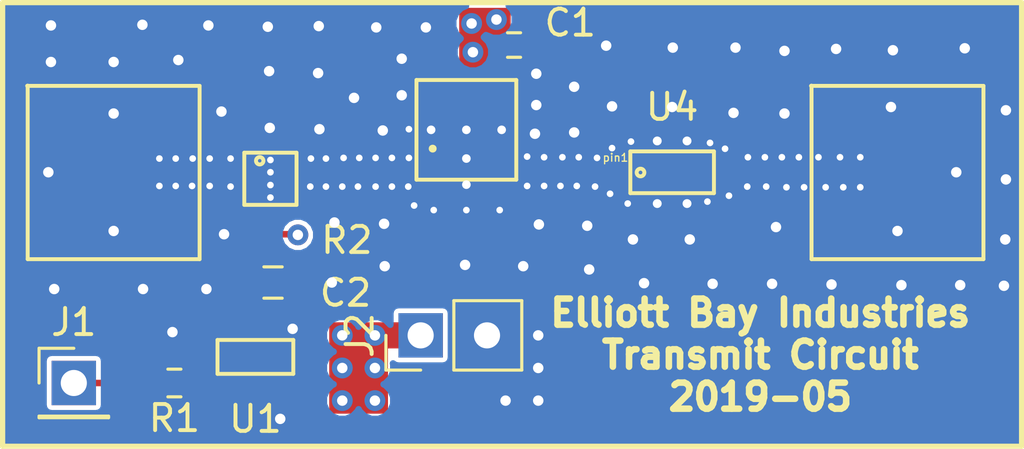
<source format=kicad_pcb>
(kicad_pcb (version 20171130) (host pcbnew "(5.0.1)-4")

  (general
    (thickness 1.6)
    (drawings 5)
    (tracks 404)
    (zones 0)
    (modules 12)
    (nets 10)
  )

  (page A4)
  (layers
    (0 F.Cu signal)
    (1 In1.Cu power)
    (2 In2.Cu power)
    (31 B.Cu signal)
    (32 B.Adhes user)
    (33 F.Adhes user)
    (34 B.Paste user)
    (35 F.Paste user)
    (36 B.SilkS user)
    (37 F.SilkS user)
    (38 B.Mask user)
    (39 F.Mask user)
    (40 Dwgs.User user)
    (41 Cmts.User user)
    (42 Eco1.User user)
    (43 Eco2.User user)
    (44 Edge.Cuts user)
    (45 Margin user)
    (46 B.CrtYd user)
    (47 F.CrtYd user)
    (48 B.Fab user)
    (49 F.Fab user)
  )

  (setup
    (last_trace_width 0.25)
    (user_trace_width 0.267)
    (trace_clearance 0.178)
    (zone_clearance 0.2)
    (zone_45_only no)
    (trace_min 0.2)
    (segment_width 0.2)
    (edge_width 0.15)
    (via_size 0.8)
    (via_drill 0.4)
    (via_min_size 0.3)
    (via_min_drill 0.2)
    (user_via 0.35 0.254)
    (uvia_size 0.3)
    (uvia_drill 0.1)
    (uvias_allowed no)
    (uvia_min_size 0.2)
    (uvia_min_drill 0.1)
    (pcb_text_width 0.3)
    (pcb_text_size 1.5 1.5)
    (mod_edge_width 0.15)
    (mod_text_size 1 1)
    (mod_text_width 0.15)
    (pad_size 0.6 0.6)
    (pad_drill 0.33)
    (pad_to_mask_clearance 0.051)
    (solder_mask_min_width 0.25)
    (aux_axis_origin 0 0)
    (visible_elements 7FFFFFFF)
    (pcbplotparams
      (layerselection 0x010f8_ffffffff)
      (usegerberextensions true)
      (usegerberattributes false)
      (usegerberadvancedattributes false)
      (creategerberjobfile false)
      (excludeedgelayer true)
      (linewidth 0.200000)
      (plotframeref false)
      (viasonmask true)
      (mode 1)
      (useauxorigin false)
      (hpglpennumber 1)
      (hpglpenspeed 20)
      (hpglpendiameter 15.000000)
      (psnegative false)
      (psa4output false)
      (plotreference false)
      (plotvalue false)
      (plotinvisibletext false)
      (padsonsilk true)
      (subtractmaskfromsilk false)
      (outputformat 1)
      (mirror false)
      (drillshape 0)
      (scaleselection 1)
      (outputdirectory ""))
  )

  (net 0 "")
  (net 1 +5V)
  (net 2 GND)
  (net 3 "Net-(CON1-Pad1)")
  (net 4 "Net-(J1-Pad1)")
  (net 5 "Net-(R1-Pad1)")
  (net 6 "Net-(U2-Pad7)")
  (net 7 /t_out)
  (net 8 /Filter_out)
  (net 9 "Net-(C2-Pad1)")

  (net_class Default "This is the default net class."
    (clearance 0.178)
    (trace_width 0.25)
    (via_dia 0.8)
    (via_drill 0.4)
    (uvia_dia 0.3)
    (uvia_drill 0.1)
    (add_net +5V)
    (add_net /Filter_out)
    (add_net /t_out)
    (add_net GND)
    (add_net "Net-(C2-Pad1)")
    (add_net "Net-(CON1-Pad1)")
    (add_net "Net-(J1-Pad1)")
    (add_net "Net-(R1-Pad1)")
    (add_net "Net-(U2-Pad7)")
  )

  (module EllBayInd-McFly:R_0402 (layer F.Cu) (tedit 5CE6FBC5) (tstamp 5CF37F3D)
    (at 104.575 122.575 180)
    (descr "Resistor SMD 0402, reflow soldering, Vishay (see dcrcw.pdf)")
    (tags "resistor 0402")
    (path /5CD1F65F)
    (attr smd)
    (fp_text reference R1 (at 0 -1.35 180) (layer F.SilkS)
      (effects (font (size 1 1) (thickness 0.15)))
    )
    (fp_text value 100 (at 0 1.45 180) (layer F.Fab) hide
      (effects (font (size 1 1) (thickness 0.15)))
    )
    (fp_line (start 0.8 0.45) (end -0.8 0.45) (layer F.CrtYd) (width 0.05))
    (fp_line (start 0.8 0.45) (end 0.8 -0.45) (layer F.CrtYd) (width 0.05))
    (fp_line (start -0.8 -0.45) (end -0.8 0.45) (layer F.CrtYd) (width 0.05))
    (fp_line (start -0.8 -0.45) (end 0.8 -0.45) (layer F.CrtYd) (width 0.05))
    (fp_line (start -0.25 0.53) (end 0.25 0.53) (layer F.SilkS) (width 0.12))
    (fp_line (start 0.25 -0.53) (end -0.25 -0.53) (layer F.SilkS) (width 0.12))
    (fp_line (start -0.5 -0.25) (end 0.5 -0.25) (layer F.Fab) (width 0.1))
    (fp_line (start 0.5 -0.25) (end 0.5 0.25) (layer F.Fab) (width 0.1))
    (fp_line (start 0.5 0.25) (end -0.5 0.25) (layer F.Fab) (width 0.1))
    (fp_line (start -0.5 0.25) (end -0.5 -0.25) (layer F.Fab) (width 0.1))
    (fp_text user %R (at 0 -1.35 180) (layer F.Fab)
      (effects (font (size 1 1) (thickness 0.15)))
    )
    (pad 2 smd rect (at 0.45 0 180) (size 0.4 0.6) (layers F.Cu F.Paste F.Mask)
      (net 4 "Net-(J1-Pad1)"))
    (pad 1 smd rect (at -0.45 0 180) (size 0.4 0.6) (layers F.Cu F.Paste F.Mask)
      (net 5 "Net-(R1-Pad1)"))
    (model ${KISYS3DMOD}/Resistors_SMD.3dshapes/R_0402.wrl
      (at (xyz 0 0 0))
      (scale (xyz 1 1 1))
      (rotate (xyz 0 0 0))
    )
  )

  (module EllBayInd-McFly:BFCN-8450+ (layer F.Cu) (tedit 5CE5C1AB) (tstamp 5CDE84F4)
    (at 123.625 114.5)
    (path /5CD1FC32)
    (attr smd)
    (fp_text reference U4 (at 0 -2.5 -180) (layer F.SilkS)
      (effects (font (size 1 1) (thickness 0.15)))
    )
    (fp_text value BFCN-8450+ (at 1.5 -5.5 180) (layer F.Fab) hide
      (effects (font (size 1 1) (thickness 0.15)))
    )
    (fp_line (start -1.6 -0.8) (end -1.6 0.8) (layer F.SilkS) (width 0.15))
    (fp_line (start -1.6 0.8) (end 1.6 0.8) (layer F.SilkS) (width 0.15))
    (fp_line (start 1.6 0.8) (end 1.6 -0.8) (layer F.SilkS) (width 0.15))
    (fp_line (start 1.6 -0.8) (end -1.6 -0.8) (layer F.SilkS) (width 0.15))
    (fp_circle (center -1.21 0.01) (end -1.17 0.07) (layer F.SilkS) (width 0.15))
    (fp_text user pin1 (at -2.17 -0.56) (layer F.SilkS)
      (effects (font (size 0.3 0.3) (thickness 0.05)))
    )
    (pad 1 smd rect (at -1.815 0) (size 0.99 0.61) (layers F.Cu F.Paste F.Mask)
      (net 7 /t_out))
    (pad 2 smd rect (at 0 1.015) (size 1.75 0.99) (layers F.Cu F.Paste F.Mask)
      (net 2 GND))
    (pad 3 smd rect (at 1.815 0) (size 0.99 0.61) (layers F.Cu F.Paste F.Mask)
      (net 8 /Filter_out))
    (pad 4 smd rect (at 0 -1.015) (size 1.75 0.99) (layers F.Cu F.Paste F.Mask)
      (net 2 GND))
    (pad 2 thru_hole circle (at -0.57 1.2) (size 0.6 0.6) (drill 0.34) (layers *.Cu *.Mask)
      (net 2 GND))
    (pad 2 thru_hole circle (at 0.57 1.2) (size 0.6 0.6) (drill 0.34) (layers *.Cu *.Mask)
      (net 2 GND))
    (pad 4 thru_hole circle (at -0.57 -1.2) (size 0.6 0.6) (drill 0.34) (layers *.Cu *.Mask)
      (net 2 GND))
    (pad 4 thru_hole circle (at 0.57 -1.2) (size 0.6 0.6) (drill 0.34) (layers *.Cu *.Mask)
      (net 2 GND))
  )

  (module Connector_PinHeader_2.54mm:PinHeader_1x02_P2.54mm_Vertical (layer F.Cu) (tedit 5CE5C1B5) (tstamp 5CF22A43)
    (at 114 120.75 90)
    (descr "Through hole straight pin header, 1x02, 2.54mm pitch, single row")
    (tags "Through hole pin header THT 1x02 2.54mm single row")
    (path /5CD22E56)
    (fp_text reference J2 (at 0 -2.33 90) (layer F.SilkS)
      (effects (font (size 1 1) (thickness 0.15)))
    )
    (fp_text value Conn_01x02_Male (at 0 4.87 90) (layer F.Fab) hide
      (effects (font (size 1 1) (thickness 0.15)))
    )
    (fp_line (start -0.635 -1.27) (end 1.27 -1.27) (layer F.Fab) (width 0.1))
    (fp_line (start 1.27 -1.27) (end 1.27 3.81) (layer F.Fab) (width 0.1))
    (fp_line (start 1.27 3.81) (end -1.27 3.81) (layer F.Fab) (width 0.1))
    (fp_line (start -1.27 3.81) (end -1.27 -0.635) (layer F.Fab) (width 0.1))
    (fp_line (start -1.27 -0.635) (end -0.635 -1.27) (layer F.Fab) (width 0.1))
    (fp_line (start -1.33 3.87) (end 1.33 3.87) (layer F.SilkS) (width 0.12))
    (fp_line (start -1.33 1.27) (end -1.33 3.87) (layer F.SilkS) (width 0.12))
    (fp_line (start 1.33 1.27) (end 1.33 3.87) (layer F.SilkS) (width 0.12))
    (fp_line (start -1.33 1.27) (end 1.33 1.27) (layer F.SilkS) (width 0.12))
    (fp_line (start -1.33 0) (end -1.33 -1.33) (layer F.SilkS) (width 0.12))
    (fp_line (start -1.33 -1.33) (end 0 -1.33) (layer F.SilkS) (width 0.12))
    (fp_line (start -1.8 -1.8) (end -1.8 4.35) (layer F.CrtYd) (width 0.05))
    (fp_line (start -1.8 4.35) (end 1.8 4.35) (layer F.CrtYd) (width 0.05))
    (fp_line (start 1.8 4.35) (end 1.8 -1.8) (layer F.CrtYd) (width 0.05))
    (fp_line (start 1.8 -1.8) (end -1.8 -1.8) (layer F.CrtYd) (width 0.05))
    (fp_text user %R (at 0 1.27 180) (layer F.Fab)
      (effects (font (size 1 1) (thickness 0.15)))
    )
    (pad 1 thru_hole rect (at 0 0 90) (size 1.7 1.7) (drill 1) (layers *.Cu *.Mask)
      (net 1 +5V))
    (pad 2 thru_hole oval (at 0 2.54 90) (size 1.7 1.7) (drill 1) (layers *.Cu *.Mask)
      (net 2 GND))
    (model ${KISYS3DMOD}/Connector_PinHeader_2.54mm.3dshapes/PinHeader_1x02_P2.54mm_Vertical.wrl
      (at (xyz 0 0 0))
      (scale (xyz 1 1 1))
      (rotate (xyz 0 0 0))
    )
  )

  (module EllBayInd-McFly:MAAL-011130 (layer F.Cu) (tedit 5CE5C35B) (tstamp 5CDE84CE)
    (at 108.25 114.75)
    (path /5CD1F875)
    (fp_text reference U2 (at 0.5 -2.75) (layer F.SilkS) hide
      (effects (font (size 1 1) (thickness 0.15)))
    )
    (fp_text value MAAL-011130 (at -1 -5.75) (layer F.Fab) hide
      (effects (font (size 1 1) (thickness 0.15)))
    )
    (fp_circle (center -0.41 -0.69) (end -0.35 -0.66) (layer F.SilkS) (width 0.15))
    (fp_line (start 1 -1) (end -1 -1) (layer F.SilkS) (width 0.15))
    (fp_line (start 1 1) (end 1 -1) (layer F.SilkS) (width 0.15))
    (fp_line (start -1 1) (end 1 1) (layer F.SilkS) (width 0.15))
    (fp_line (start -1 -1) (end -1 1) (layer F.SilkS) (width 0.15))
    (pad 8 thru_hole circle (at 0 0.72) (size 0.35 0.35) (drill 0.254) (layers *.Cu)
      (net 2 GND))
    (pad 8 thru_hole circle (at 0 0.24) (size 0.35 0.35) (drill 0.254) (layers *.Cu)
      (net 2 GND))
    (pad 8 thru_hole circle (at 0 -0.25) (size 0.35 0.35) (drill 0.254) (layers *.Cu)
      (net 2 GND))
    (pad 8 thru_hole circle (at 0 -0.72) (size 0.35 0.35) (drill 0.254) (layers *.Cu)
      (net 2 GND))
    (pad 8 smd rect (at 0 0) (size 0.6 1.2) (layers F.Cu F.Paste F.Mask)
      (net 2 GND))
    (pad 8 smd rect (at 0.675 -0.75) (size 0.35 0.25) (layers F.Cu F.Paste F.Mask)
      (net 2 GND))
    (pad 7 smd rect (at 0.675 -0.25) (size 0.35 0.25) (layers F.Cu F.Paste F.Mask)
      (net 6 "Net-(U2-Pad7)"))
    (pad 6 smd rect (at 0.675 0.25) (size 0.35 0.25) (layers F.Cu F.Paste F.Mask))
    (pad 5 smd rect (at 0.675 0.75) (size 0.35 0.25) (layers F.Cu F.Paste F.Mask))
    (pad 4 smd rect (at -0.675 0.75) (size 0.35 0.25) (layers F.Cu F.Paste F.Mask)
      (net 9 "Net-(C2-Pad1)"))
    (pad 3 smd rect (at -0.675 0.25) (size 0.35 0.25) (layers F.Cu F.Paste F.Mask))
    (pad 2 smd rect (at -0.675 -0.25) (size 0.35 0.25) (layers F.Cu F.Paste F.Mask)
      (net 3 "Net-(CON1-Pad1)"))
    (pad 1 smd rect (at -0.675 -0.75) (size 0.35 0.25) (layers F.Cu F.Paste F.Mask)
      (net 2 GND))
  )

  (module EllBayInd-McFly:SMAConnector (layer F.Cu) (tedit 5CE5C35E) (tstamp 5CDE8454)
    (at 102.25 114.5)
    (path /5CD1FE46)
    (attr smd)
    (fp_text reference CON1 (at 0 -4.25) (layer F.SilkS) hide
      (effects (font (size 1 1) (thickness 0.15)))
    )
    (fp_text value RF_SMA (at 0.25 -5.75) (layer F.Fab) hide
      (effects (font (size 1 1) (thickness 0.15)))
    )
    (fp_line (start -3.29 -3.32) (end -3.29 3.33) (layer F.SilkS) (width 0.15))
    (fp_line (start -3.29 3.33) (end 3.29 3.33) (layer F.SilkS) (width 0.15))
    (fp_line (start 3.29 3.33) (end 3.29 -3.31) (layer F.SilkS) (width 0.15))
    (fp_line (start 3.29 -3.31) (end -3.31 -3.31) (layer F.SilkS) (width 0.15))
    (pad 2 smd rect (at 2.375 -2.375) (size 1.9 1.9) (layers F.Cu F.Paste F.Mask)
      (net 2 GND))
    (pad 2 smd rect (at 2.375 2.375) (size 1.9 1.9) (layers F.Cu F.Paste F.Mask)
      (net 2 GND))
    (pad 2 smd rect (at -2.375 2.375) (size 1.9 1.9) (layers F.Cu F.Paste F.Mask)
      (net 2 GND))
    (pad 2 smd rect (at -2.375 -2.375) (size 1.9 1.9) (layers F.Cu F.Paste F.Mask)
      (net 2 GND))
    (pad 1 smd rect (at 0 0) (size 1.5 1.5) (layers F.Cu F.Paste F.Mask)
      (net 3 "Net-(CON1-Pad1)"))
  )

  (module EllBayInd-McFly:SMAConnector (layer F.Cu) (tedit 5CE5C350) (tstamp 5CDE8461)
    (at 132.25 114.5)
    (path /5CD20A41)
    (attr smd)
    (fp_text reference CON2 (at 0 -4.75) (layer F.SilkS) hide
      (effects (font (size 1 1) (thickness 0.15)))
    )
    (fp_text value RF_SMA (at 0 -5.5) (layer F.Fab) hide
      (effects (font (size 1 1) (thickness 0.15)))
    )
    (fp_line (start 3.29 -3.31) (end -3.31 -3.31) (layer F.SilkS) (width 0.15))
    (fp_line (start 3.29 3.33) (end 3.29 -3.31) (layer F.SilkS) (width 0.15))
    (fp_line (start -3.29 3.33) (end 3.29 3.33) (layer F.SilkS) (width 0.15))
    (fp_line (start -3.29 -3.32) (end -3.29 3.33) (layer F.SilkS) (width 0.15))
    (pad 1 smd rect (at 0 0) (size 1.5 1.5) (layers F.Cu F.Paste F.Mask)
      (net 8 /Filter_out))
    (pad 2 smd rect (at -2.375 -2.375) (size 1.9 1.9) (layers F.Cu F.Paste F.Mask)
      (net 2 GND))
    (pad 2 smd rect (at -2.375 2.375) (size 1.9 1.9) (layers F.Cu F.Paste F.Mask)
      (net 2 GND))
    (pad 2 smd rect (at 2.375 2.375) (size 1.9 1.9) (layers F.Cu F.Paste F.Mask)
      (net 2 GND))
    (pad 2 smd rect (at 2.375 -2.375) (size 1.9 1.9) (layers F.Cu F.Paste F.Mask)
      (net 2 GND))
  )

  (module EllBayInd-McFly:R_0201_0603Metric (layer F.Cu) (tedit 5CE6FBD0) (tstamp 5CDE84B1)
    (at 107.9 116.875)
    (descr "Resistor SMD 0201 (0603 Metric), square (rectangular) end terminal, IPC_7351 nominal, (Body size source: https://www.vishay.com/docs/20052/crcw0201e3.pdf), generated with kicad-footprint-generator")
    (tags resistor)
    (path /5CD1F583)
    (attr smd)
    (fp_text reference R2 (at 3.275 0.225) (layer F.SilkS)
      (effects (font (size 1 1) (thickness 0.15)))
    )
    (fp_text value 4k (at 0 1.05) (layer F.Fab) hide
      (effects (font (size 1 1) (thickness 0.15)))
    )
    (fp_line (start -0.3 0.15) (end -0.3 -0.15) (layer F.Fab) (width 0.1))
    (fp_line (start -0.3 -0.15) (end 0.3 -0.15) (layer F.Fab) (width 0.1))
    (fp_line (start 0.3 -0.15) (end 0.3 0.15) (layer F.Fab) (width 0.1))
    (fp_line (start 0.3 0.15) (end -0.3 0.15) (layer F.Fab) (width 0.1))
    (fp_line (start -0.7 0.35) (end -0.7 -0.35) (layer F.CrtYd) (width 0.05))
    (fp_line (start -0.7 -0.35) (end 0.7 -0.35) (layer F.CrtYd) (width 0.05))
    (fp_line (start 0.7 -0.35) (end 0.7 0.35) (layer F.CrtYd) (width 0.05))
    (fp_line (start 0.7 0.35) (end -0.7 0.35) (layer F.CrtYd) (width 0.05))
    (fp_text user %R (at 0 -0.68) (layer F.Fab)
      (effects (font (size 0.25 0.25) (thickness 0.04)))
    )
    (pad "" smd roundrect (at -0.345 0) (size 0.318 0.36) (layers F.Paste) (roundrect_rratio 0.25))
    (pad "" smd roundrect (at 0.345 0) (size 0.318 0.36) (layers F.Paste) (roundrect_rratio 0.25))
    (pad 1 smd roundrect (at -0.32 0) (size 0.46 0.4) (layers F.Cu F.Mask) (roundrect_rratio 0.25)
      (net 9 "Net-(C2-Pad1)"))
    (pad 2 smd roundrect (at 0.32 0) (size 0.46 0.4) (layers F.Cu F.Mask) (roundrect_rratio 0.25)
      (net 1 +5V))
    (model ${KISYS3DMOD}/Resistor_SMD.3dshapes/R_0201_0603Metric.wrl
      (at (xyz 0 0 0))
      (scale (xyz 1 1 1))
      (rotate (xyz 0 0 0))
    )
  )

  (module EllBayInd-McFly:NFET (layer F.Cu) (tedit 5CE6FBC2) (tstamp 5CDE84BC)
    (at 107.675 121.575)
    (path /5CD1F6C1)
    (attr smd)
    (fp_text reference U1 (at 0 2.38) (layer F.SilkS)
      (effects (font (size 1 1) (thickness 0.15)))
    )
    (fp_text value NFET (at -0.01 -2.17) (layer F.Fab) hide
      (effects (font (size 1 1) (thickness 0.15)))
    )
    (fp_line (start -1.45 -0.65) (end -1.45 0.65) (layer F.SilkS) (width 0.15))
    (fp_line (start -1.45 0.65) (end 1.45 0.65) (layer F.SilkS) (width 0.15))
    (fp_line (start 1.45 0.65) (end 1.45 -0.65) (layer F.SilkS) (width 0.15))
    (fp_line (start 1.45 -0.65) (end -1.45 -0.65) (layer F.SilkS) (width 0.15))
    (pad 1 smd rect (at 0 -1) (size 0.8 0.9) (layers F.Cu F.Paste F.Mask)
      (net 9 "Net-(C2-Pad1)"))
    (pad 2 smd rect (at -0.95 1) (size 0.8 0.9) (layers F.Cu F.Paste F.Mask)
      (net 5 "Net-(R1-Pad1)"))
    (pad 3 smd rect (at 0.95 1) (size 0.8 0.9) (layers F.Cu F.Paste F.Mask)
      (net 2 GND))
  )

  (module EllBayInd-McFly:TCBT-14+ (layer F.Cu) (tedit 5CE5C356) (tstamp 5CDE84E2)
    (at 115.75 112.875)
    (path /5CD1F9C5)
    (attr smd)
    (fp_text reference U3 (at 0 4.575) (layer F.SilkS) hide
      (effects (font (size 1 1) (thickness 0.15)))
    )
    (fp_text value TCBT-14+ (at 1.25 5.825 180) (layer F.Fab) hide
      (effects (font (size 1 1) (thickness 0.15)))
    )
    (fp_line (start -1.91 -1.91) (end -1.91 1.91) (layer F.SilkS) (width 0.15))
    (fp_line (start -1.91 1.91) (end 1.91 1.91) (layer F.SilkS) (width 0.15))
    (fp_line (start 1.91 1.91) (end 1.91 -1.91) (layer F.SilkS) (width 0.15))
    (fp_line (start 1.91 -1.91) (end -1.91 -1.91) (layer F.SilkS) (width 0.15))
    (fp_circle (center -1.29 0.72) (end -1.22 0.75) (layer F.SilkS) (width 0.15))
    (pad 1 smd rect (at -1.27 1.61) (size 0.79 1.68) (layers F.Cu F.Paste F.Mask)
      (net 6 "Net-(U2-Pad7)"))
    (pad 2 smd rect (at 1.27 1.61) (size 0.79 1.68) (layers F.Cu F.Paste F.Mask)
      (net 7 /t_out))
    (pad 3 smd rect (at 1.27 -1.61) (size 0.79 1.68) (layers F.Cu F.Paste F.Mask)
      (net 1 +5V))
    (pad 4 smd rect (at -1.27 -1.61) (size 0.79 1.68) (layers F.Cu F.Paste F.Mask))
    (pad 5 smd rect (at 0 0) (size 3.33 0.69) (layers F.Cu F.Paste)
      (net 2 GND))
    (pad 5 smd rect (at 0 1.4) (size 0.69 2.11) (layers F.Cu F.Paste)
      (net 2 GND))
    (pad 5 thru_hole circle (at -1.35 0) (size 0.6 0.6) (drill 0.33) (layers *.Cu)
      (net 2 GND))
    (pad 5 thru_hole circle (at 0 0) (size 0.6 0.6) (drill 0.33) (layers *.Cu)
      (net 2 GND))
    (pad 5 thru_hole circle (at 1.35 0) (size 0.6 0.6) (drill 0.33) (layers *.Cu)
      (net 2 GND))
    (pad 5 thru_hole circle (at 0 1.1) (size 0.6 0.6) (drill 0.33) (layers *.Cu)
      (net 2 GND))
    (pad 5 thru_hole circle (at 0 2.1) (size 0.6 0.6) (drill 0.33) (layers *.Cu)
      (net 2 GND))
  )

  (module Connector_PinHeader_2.54mm:PinHeader_1x01_P2.54mm_Vertical (layer F.Cu) (tedit 5CE5C1B0) (tstamp 5CF22A2F)
    (at 100.725 122.575)
    (descr "Through hole straight pin header, 1x01, 2.54mm pitch, single row")
    (tags "Through hole pin header THT 1x01 2.54mm single row")
    (path /5CD1F814)
    (fp_text reference J1 (at 0 -2.33) (layer F.SilkS)
      (effects (font (size 1 1) (thickness 0.15)))
    )
    (fp_text value Conn_01x01_Male (at 0 2.33) (layer F.Fab) hide
      (effects (font (size 1 1) (thickness 0.15)))
    )
    (fp_line (start -0.635 -1.27) (end 1.27 -1.27) (layer F.Fab) (width 0.1))
    (fp_line (start 1.27 -1.27) (end 1.27 1.27) (layer F.Fab) (width 0.1))
    (fp_line (start 1.27 1.27) (end -1.27 1.27) (layer F.Fab) (width 0.1))
    (fp_line (start -1.27 1.27) (end -1.27 -0.635) (layer F.Fab) (width 0.1))
    (fp_line (start -1.27 -0.635) (end -0.635 -1.27) (layer F.Fab) (width 0.1))
    (fp_line (start -1.33 1.33) (end 1.33 1.33) (layer F.SilkS) (width 0.12))
    (fp_line (start -1.33 1.27) (end -1.33 1.33) (layer F.SilkS) (width 0.12))
    (fp_line (start 1.33 1.27) (end 1.33 1.33) (layer F.SilkS) (width 0.12))
    (fp_line (start -1.33 1.27) (end 1.33 1.27) (layer F.SilkS) (width 0.12))
    (fp_line (start -1.33 0) (end -1.33 -1.33) (layer F.SilkS) (width 0.12))
    (fp_line (start -1.33 -1.33) (end 0 -1.33) (layer F.SilkS) (width 0.12))
    (fp_line (start -1.8 -1.8) (end -1.8 1.8) (layer F.CrtYd) (width 0.05))
    (fp_line (start -1.8 1.8) (end 1.8 1.8) (layer F.CrtYd) (width 0.05))
    (fp_line (start 1.8 1.8) (end 1.8 -1.8) (layer F.CrtYd) (width 0.05))
    (fp_line (start 1.8 -1.8) (end -1.8 -1.8) (layer F.CrtYd) (width 0.05))
    (fp_text user %R (at 0 0 90) (layer F.Fab)
      (effects (font (size 1 1) (thickness 0.15)))
    )
    (pad 1 thru_hole rect (at 0 0) (size 1.7 1.7) (drill 1) (layers *.Cu *.Mask)
      (net 4 "Net-(J1-Pad1)"))
    (model ${KISYS3DMOD}/Connector_PinHeader_2.54mm.3dshapes/PinHeader_1x01_P2.54mm_Vertical.wrl
      (at (xyz 0 0 0))
      (scale (xyz 1 1 1))
      (rotate (xyz 0 0 0))
    )
  )

  (module EllBayInd-McFly:C_0402 (layer F.Cu) (tedit 5CE6FC4D) (tstamp 5CF37E54)
    (at 117.575 109.625)
    (descr "Capacitor SMD 0402, reflow soldering, AVX (see smccp.pdf)")
    (tags "capacitor 0402")
    (path /5CD1FB35)
    (attr smd)
    (fp_text reference C1 (at 2.15 -0.85) (layer F.SilkS)
      (effects (font (size 1 1) (thickness 0.15)))
    )
    (fp_text value 0.1uF (at 0 1.27) (layer F.Fab)
      (effects (font (size 1 1) (thickness 0.15)))
    )
    (fp_line (start 1 0.4) (end -1 0.4) (layer F.CrtYd) (width 0.05))
    (fp_line (start 1 0.4) (end 1 -0.4) (layer F.CrtYd) (width 0.05))
    (fp_line (start -1 -0.4) (end -1 0.4) (layer F.CrtYd) (width 0.05))
    (fp_line (start -1 -0.4) (end 1 -0.4) (layer F.CrtYd) (width 0.05))
    (fp_line (start -0.25 0.47) (end 0.25 0.47) (layer F.SilkS) (width 0.12))
    (fp_line (start 0.25 -0.47) (end -0.25 -0.47) (layer F.SilkS) (width 0.12))
    (fp_line (start -0.5 -0.25) (end 0.5 -0.25) (layer F.Fab) (width 0.1))
    (fp_line (start 0.5 -0.25) (end 0.5 0.25) (layer F.Fab) (width 0.1))
    (fp_line (start 0.5 0.25) (end -0.5 0.25) (layer F.Fab) (width 0.1))
    (fp_line (start -0.5 0.25) (end -0.5 -0.25) (layer F.Fab) (width 0.1))
    (fp_text user %R (at 0 -1.27) (layer F.Fab) hide
      (effects (font (size 1 1) (thickness 0.15)))
    )
    (pad 2 smd rect (at 0.5 0) (size 0.6 0.5) (layers F.Cu F.Paste F.Mask)
      (net 2 GND))
    (pad 1 smd rect (at -0.5 0) (size 0.6 0.5) (layers F.Cu F.Paste F.Mask)
      (net 1 +5V))
    (model Capacitors_SMD.3dshapes/C_0402.wrl
      (at (xyz 0 0 0))
      (scale (xyz 1 1 1))
      (rotate (xyz 0 0 0))
    )
  )

  (module EllBayInd-McFly:C_0603 (layer F.Cu) (tedit 5CE6FBDD) (tstamp 5CF37F2D)
    (at 108.35 118.725)
    (descr "Capacitor SMD 0603, reflow soldering, AVX (see smccp.pdf)")
    (tags "capacitor 0603")
    (path /5CE47A58)
    (attr smd)
    (fp_text reference C2 (at 2.775 0.4) (layer F.SilkS)
      (effects (font (size 1 1) (thickness 0.15)))
    )
    (fp_text value 0.01uF (at 0 1.5) (layer F.Fab) hide
      (effects (font (size 1 1) (thickness 0.15)))
    )
    (fp_text user %R (at 0 0) (layer F.Fab)
      (effects (font (size 0.3 0.3) (thickness 0.075)))
    )
    (fp_line (start -0.8 0.4) (end -0.8 -0.4) (layer F.Fab) (width 0.1))
    (fp_line (start 0.8 0.4) (end -0.8 0.4) (layer F.Fab) (width 0.1))
    (fp_line (start 0.8 -0.4) (end 0.8 0.4) (layer F.Fab) (width 0.1))
    (fp_line (start -0.8 -0.4) (end 0.8 -0.4) (layer F.Fab) (width 0.1))
    (fp_line (start -0.35 -0.6) (end 0.35 -0.6) (layer F.SilkS) (width 0.12))
    (fp_line (start 0.35 0.6) (end -0.35 0.6) (layer F.SilkS) (width 0.12))
    (fp_line (start -1.4 -0.65) (end 1.4 -0.65) (layer F.CrtYd) (width 0.05))
    (fp_line (start -1.4 -0.65) (end -1.4 0.65) (layer F.CrtYd) (width 0.05))
    (fp_line (start 1.4 0.65) (end 1.4 -0.65) (layer F.CrtYd) (width 0.05))
    (fp_line (start 1.4 0.65) (end -1.4 0.65) (layer F.CrtYd) (width 0.05))
    (pad 1 smd rect (at -0.75 0) (size 0.8 0.75) (layers F.Cu F.Paste F.Mask)
      (net 9 "Net-(C2-Pad1)"))
    (pad 2 smd rect (at 0.75 0) (size 0.8 0.75) (layers F.Cu F.Paste F.Mask)
      (net 2 GND))
    (model Capacitors_SMD.3dshapes/C_0603.wrl
      (at (xyz 0 0 0))
      (scale (xyz 1 1 1))
      (rotate (xyz 0 0 0))
    )
  )

  (gr_line (start 137 108) (end 98 108) (layer F.SilkS) (width 0.2))
  (gr_line (start 137 125) (end 137 108) (layer F.SilkS) (width 0.2))
  (gr_line (start 98 125) (end 137 125) (layer F.SilkS) (width 0.2))
  (gr_line (start 98 108) (end 98 125) (layer F.SilkS) (width 0.2))
  (gr_text "Elliott Bay Industries\nTransmit Circuit\n2019-05" (at 127 121.5) (layer F.SilkS)
    (effects (font (size 1 1) (thickness 0.25)))
  )

  (via (at 112.25 120.75) (size 0.8) (drill 0.4) (layers F.Cu B.Cu) (net 1))
  (segment (start 114 120.75) (end 112.25 120.75) (width 0.25) (layer F.Cu) (net 1))
  (via (at 111 120.75) (size 0.8) (drill 0.4) (layers F.Cu B.Cu) (net 1))
  (segment (start 112.25 120.75) (end 111 120.75) (width 0.25) (layer In2.Cu) (net 1))
  (via (at 111 122) (size 0.8) (drill 0.4) (layers F.Cu B.Cu) (net 1))
  (segment (start 111 120.75) (end 111 122) (width 0.25) (layer F.Cu) (net 1))
  (via (at 111 123.25) (size 0.8) (drill 0.4) (layers F.Cu B.Cu) (net 1))
  (segment (start 111 122) (end 111 123.25) (width 0.25) (layer In2.Cu) (net 1))
  (via (at 112.25 123.25) (size 0.8) (drill 0.4) (layers F.Cu B.Cu) (net 1))
  (segment (start 111 123.25) (end 112.25 123.25) (width 0.25) (layer F.Cu) (net 1))
  (via (at 112.25 122) (size 0.8) (drill 0.4) (layers F.Cu B.Cu) (net 1))
  (segment (start 112.25 123.25) (end 112.25 122) (width 0.25) (layer In2.Cu) (net 1))
  (via (at 109.3 116.9) (size 0.8) (drill 0.4) (layers F.Cu B.Cu) (net 1))
  (segment (start 108.22 116.875) (end 109.275 116.875) (width 0.25) (layer F.Cu) (net 1))
  (segment (start 109.275 116.875) (end 109.3 116.9) (width 0.25) (layer F.Cu) (net 1))
  (via (at 116 109.9) (size 0.8) (drill 0.4) (layers F.Cu B.Cu) (net 1))
  (segment (start 117.075 109.625) (end 116.275 109.625) (width 0.25) (layer F.Cu) (net 1))
  (segment (start 116.275 109.625) (end 116 109.9) (width 0.25) (layer F.Cu) (net 1))
  (via (at 115.95 108.8) (size 0.8) (drill 0.4) (layers F.Cu B.Cu) (net 1))
  (segment (start 116 109.9) (end 116 108.85) (width 0.25) (layer In2.Cu) (net 1))
  (segment (start 116 108.85) (end 115.95 108.8) (width 0.25) (layer In2.Cu) (net 1))
  (via (at 116.9 108.65) (size 0.8) (drill 0.4) (layers F.Cu B.Cu) (net 1))
  (segment (start 115.95 108.8) (end 116.75 108.8) (width 0.25) (layer F.Cu) (net 1))
  (segment (start 116.75 108.8) (end 116.9 108.65) (width 0.25) (layer F.Cu) (net 1))
  (segment (start 117.02 109.68) (end 117.075 109.625) (width 0.25) (layer F.Cu) (net 1))
  (segment (start 117.02 111.265) (end 117.02 109.68) (width 0.25) (layer F.Cu) (net 1))
  (via (at 117.25 123.25) (size 0.8) (drill 0.4) (layers F.Cu B.Cu) (net 2))
  (via (at 118.5 123.25) (size 0.8) (drill 0.4) (layers F.Cu B.Cu) (net 2))
  (segment (start 117.25 123.25) (end 118.5 123.25) (width 0.25) (layer B.Cu) (net 2))
  (via (at 118.5 122) (size 0.8) (drill 0.4) (layers F.Cu B.Cu) (net 2))
  (segment (start 118.5 123.25) (end 118.5 122) (width 0.25) (layer F.Cu) (net 2))
  (via (at 118.5 120.75) (size 0.8) (drill 0.4) (layers F.Cu B.Cu) (net 2))
  (segment (start 118.5 122) (end 118.5 120.75) (width 0.25) (layer B.Cu) (net 2))
  (via (at 102.25 112.25) (size 0.8) (drill 0.4) (layers F.Cu B.Cu) (net 2))
  (segment (start 99.875 112.125) (end 102.125 112.125) (width 0.25) (layer F.Cu) (net 2))
  (segment (start 102.125 112.125) (end 102.25 112.25) (width 0.25) (layer F.Cu) (net 2))
  (segment (start 102.375 112.125) (end 102.25 112.25) (width 0.25) (layer F.Cu) (net 2))
  (segment (start 104.625 112.125) (end 102.375 112.125) (width 0.25) (layer F.Cu) (net 2))
  (via (at 99.75 114.5) (size 0.8) (drill 0.4) (layers F.Cu B.Cu) (net 2))
  (segment (start 99.875 116.875) (end 99.875 114.625) (width 0.25) (layer F.Cu) (net 2))
  (segment (start 99.875 114.625) (end 99.75 114.5) (width 0.25) (layer F.Cu) (net 2))
  (segment (start 99.875 114.375) (end 99.75 114.5) (width 0.25) (layer F.Cu) (net 2))
  (segment (start 99.875 112.125) (end 99.875 114.375) (width 0.25) (layer F.Cu) (net 2))
  (via (at 102.25 116.75) (size 0.8) (drill 0.4) (layers F.Cu B.Cu) (net 2))
  (segment (start 99.875 116.875) (end 102.125 116.875) (width 0.25) (layer F.Cu) (net 2))
  (segment (start 102.125 116.875) (end 102.25 116.75) (width 0.25) (layer F.Cu) (net 2))
  (segment (start 102.375 116.875) (end 102.25 116.75) (width 0.25) (layer F.Cu) (net 2))
  (segment (start 104.625 116.875) (end 102.375 116.875) (width 0.25) (layer F.Cu) (net 2))
  (via (at 132 112) (size 0.8) (drill 0.4) (layers F.Cu B.Cu) (net 2))
  (segment (start 129.875 112.125) (end 131.875 112.125) (width 0.25) (layer F.Cu) (net 2))
  (segment (start 131.875 112.125) (end 132 112) (width 0.25) (layer F.Cu) (net 2))
  (segment (start 132.125 112.125) (end 132 112) (width 0.25) (layer F.Cu) (net 2))
  (segment (start 134.625 112.125) (end 132.125 112.125) (width 0.25) (layer F.Cu) (net 2))
  (via (at 134.5 114.5) (size 0.8) (drill 0.4) (layers F.Cu B.Cu) (net 2))
  (segment (start 134.625 116.875) (end 134.625 114.625) (width 0.25) (layer F.Cu) (net 2))
  (segment (start 134.625 114.625) (end 134.5 114.5) (width 0.25) (layer F.Cu) (net 2))
  (segment (start 134.625 114.375) (end 134.5 114.5) (width 0.25) (layer F.Cu) (net 2))
  (segment (start 134.625 112.125) (end 134.625 114.375) (width 0.25) (layer F.Cu) (net 2))
  (via (at 132.25 116.75) (size 0.8) (drill 0.4) (layers F.Cu B.Cu) (net 2))
  (segment (start 134.625 116.875) (end 132.375 116.875) (width 0.25) (layer F.Cu) (net 2))
  (segment (start 132.375 116.875) (end 132.25 116.75) (width 0.25) (layer F.Cu) (net 2))
  (segment (start 132.125 116.875) (end 132.25 116.75) (width 0.25) (layer F.Cu) (net 2))
  (segment (start 129.875 116.875) (end 132.125 116.875) (width 0.25) (layer F.Cu) (net 2))
  (segment (start 116.54 120.75) (end 118.5 120.75) (width 0.25) (layer F.Cu) (net 2))
  (via (at 115.75 115.95) (size 0.35) (drill 0.254) (layers F.Cu B.Cu) (net 2))
  (segment (start 115.75 114.975) (end 115.75 115.95) (width 0.267) (layer B.Cu) (net 2))
  (via (at 114.5 115.95) (size 0.35) (drill 0.254) (layers F.Cu B.Cu) (net 2))
  (segment (start 115.75 115.95) (end 114.5 115.95) (width 0.267) (layer F.Cu) (net 2))
  (via (at 117.025 115.95) (size 0.35) (drill 0.254) (layers F.Cu B.Cu) (net 2))
  (segment (start 115.75 115.95) (end 117.025 115.95) (width 0.267) (layer F.Cu) (net 2))
  (via (at 118.075 115.025) (size 0.35) (drill 0.254) (layers F.Cu B.Cu) (net 2))
  (segment (start 117.025 115.95) (end 117.15 115.95) (width 0.267) (layer B.Cu) (net 2))
  (segment (start 117.15 115.95) (end 118.075 115.025) (width 0.267) (layer B.Cu) (net 2))
  (via (at 118.725 115.025) (size 0.35) (drill 0.254) (layers F.Cu B.Cu) (net 2))
  (segment (start 118.075 115.025) (end 118.725 115.025) (width 0.267) (layer F.Cu) (net 2))
  (via (at 119.35 115.025) (size 0.35) (drill 0.254) (layers F.Cu B.Cu) (net 2))
  (segment (start 118.725 115.025) (end 119.35 115.025) (width 0.267) (layer B.Cu) (net 2))
  (via (at 119.975 115.025) (size 0.35) (drill 0.254) (layers F.Cu B.Cu) (net 2))
  (segment (start 119.35 115.025) (end 119.975 115.025) (width 0.267) (layer F.Cu) (net 2))
  (via (at 120.675 115.05) (size 0.35) (drill 0.254) (layers F.Cu B.Cu) (net 2))
  (segment (start 119.975 115.025) (end 120.65 115.025) (width 0.267) (layer B.Cu) (net 2))
  (segment (start 120.65 115.025) (end 120.675 115.05) (width 0.267) (layer B.Cu) (net 2))
  (via (at 121.25 115.325) (size 0.35) (drill 0.254) (layers F.Cu B.Cu) (net 2))
  (segment (start 120.675 115.05) (end 120.975 115.05) (width 0.267) (layer F.Cu) (net 2))
  (segment (start 120.975 115.05) (end 121.25 115.325) (width 0.267) (layer F.Cu) (net 2))
  (via (at 121.925 115.7) (size 0.35) (drill 0.254) (layers F.Cu B.Cu) (net 2))
  (segment (start 121.25 115.325) (end 121.55 115.325) (width 0.267) (layer B.Cu) (net 2))
  (segment (start 121.55 115.325) (end 121.925 115.7) (width 0.267) (layer B.Cu) (net 2))
  (segment (start 121.925 115.7) (end 123.055 115.7) (width 0.267) (layer F.Cu) (net 2))
  (via (at 118.075 113.9) (size 0.35) (drill 0.254) (layers F.Cu B.Cu) (net 2))
  (segment (start 118.075 113.268) (end 118.075 113.9) (width 0.267) (layer F.Cu) (net 2))
  (segment (start 115.75 112.875) (end 117.682 112.875) (width 0.267) (layer F.Cu) (net 2))
  (segment (start 117.682 112.875) (end 118.075 113.268) (width 0.267) (layer F.Cu) (net 2))
  (via (at 118.725 113.925) (size 0.35) (drill 0.254) (layers F.Cu B.Cu) (net 2))
  (segment (start 118.075 113.9) (end 118.7 113.9) (width 0.267) (layer B.Cu) (net 2))
  (segment (start 118.7 113.9) (end 118.725 113.925) (width 0.267) (layer B.Cu) (net 2))
  (via (at 119.425 113.925) (size 0.35) (drill 0.254) (layers F.Cu B.Cu) (net 2))
  (segment (start 118.725 113.925) (end 119.425 113.925) (width 0.267) (layer F.Cu) (net 2))
  (via (at 120.05 113.925) (size 0.35) (drill 0.254) (layers F.Cu B.Cu) (net 2))
  (segment (start 119.425 113.925) (end 120.05 113.925) (width 0.267) (layer B.Cu) (net 2))
  (via (at 120.75 113.95) (size 0.35) (drill 0.254) (layers F.Cu B.Cu) (net 2))
  (segment (start 120.05 113.925) (end 120.725 113.925) (width 0.267) (layer F.Cu) (net 2))
  (segment (start 120.725 113.925) (end 120.75 113.95) (width 0.267) (layer F.Cu) (net 2))
  (via (at 121.325 113.575) (size 0.35) (drill 0.254) (layers F.Cu B.Cu) (net 2))
  (segment (start 120.75 113.95) (end 120.95 113.95) (width 0.267) (layer B.Cu) (net 2))
  (segment (start 120.95 113.95) (end 121.325 113.575) (width 0.267) (layer B.Cu) (net 2))
  (via (at 122.05 113.325) (size 0.35) (drill 0.254) (layers F.Cu B.Cu) (net 2))
  (segment (start 121.325 113.575) (end 121.8 113.575) (width 0.267) (layer F.Cu) (net 2))
  (segment (start 121.8 113.575) (end 122.05 113.325) (width 0.267) (layer F.Cu) (net 2))
  (segment (start 123.03 113.325) (end 123.055 113.3) (width 0.267) (layer B.Cu) (net 2))
  (segment (start 122.05 113.325) (end 123.03 113.325) (width 0.267) (layer B.Cu) (net 2))
  (via (at 104.625 113.975) (size 0.35) (drill 0.254) (layers F.Cu B.Cu) (net 2))
  (segment (start 104.625 112.125) (end 104.625 113.975) (width 0.267) (layer F.Cu) (net 2))
  (via (at 105.275 113.975) (size 0.35) (drill 0.254) (layers F.Cu B.Cu) (net 2))
  (segment (start 104.625 113.975) (end 105.275 113.975) (width 0.267) (layer B.Cu) (net 2))
  (via (at 105.925 113.975) (size 0.35) (drill 0.254) (layers F.Cu B.Cu) (net 2))
  (segment (start 105.275 113.975) (end 105.925 113.975) (width 0.267) (layer F.Cu) (net 2))
  (via (at 106.725 113.975) (size 0.35) (drill 0.254) (layers F.Cu B.Cu) (net 2))
  (segment (start 105.925 113.975) (end 106.725 113.975) (width 0.267) (layer B.Cu) (net 2))
  (segment (start 107.55 113.975) (end 107.575 114) (width 0.267) (layer F.Cu) (net 2))
  (segment (start 106.725 113.975) (end 107.55 113.975) (width 0.267) (layer F.Cu) (net 2))
  (via (at 104.625 115.025) (size 0.35) (drill 0.254) (layers F.Cu B.Cu) (net 2))
  (segment (start 104.625 116.875) (end 104.625 115.025) (width 0.267) (layer F.Cu) (net 2))
  (via (at 105.25 115.025) (size 0.35) (drill 0.254) (layers F.Cu B.Cu) (net 2))
  (segment (start 104.625 115.025) (end 105.25 115.025) (width 0.267) (layer B.Cu) (net 2))
  (via (at 105.925 115.025) (size 0.35) (drill 0.254) (layers F.Cu B.Cu) (net 2))
  (segment (start 105.25 115.025) (end 105.925 115.025) (width 0.267) (layer F.Cu) (net 2))
  (via (at 106.725 115.05) (size 0.35) (drill 0.254) (layers F.Cu B.Cu) (net 2))
  (segment (start 105.925 115.025) (end 106.7 115.025) (width 0.267) (layer B.Cu) (net 2))
  (segment (start 106.7 115.025) (end 106.725 115.05) (width 0.267) (layer B.Cu) (net 2))
  (via (at 113.75 115.775) (size 0.35) (drill 0.254) (layers F.Cu B.Cu) (net 2))
  (segment (start 114.5 115.95) (end 113.925 115.95) (width 0.267) (layer F.Cu) (net 2))
  (segment (start 113.925 115.95) (end 113.75 115.775) (width 0.267) (layer F.Cu) (net 2))
  (via (at 113.525 115.05) (size 0.35) (drill 0.254) (layers F.Cu B.Cu) (net 2))
  (segment (start 113.75 115.775) (end 113.75 115.275) (width 0.267) (layer B.Cu) (net 2))
  (segment (start 113.75 115.275) (end 113.525 115.05) (width 0.267) (layer B.Cu) (net 2))
  (via (at 112.9 115.05) (size 0.35) (drill 0.254) (layers F.Cu B.Cu) (net 2))
  (segment (start 113.525 115.05) (end 112.9 115.05) (width 0.267) (layer F.Cu) (net 2))
  (via (at 112.275 115.05) (size 0.35) (drill 0.254) (layers F.Cu B.Cu) (net 2))
  (segment (start 112.9 115.05) (end 112.275 115.05) (width 0.267) (layer B.Cu) (net 2))
  (via (at 111.6 115.05) (size 0.35) (drill 0.254) (layers F.Cu B.Cu) (net 2))
  (segment (start 112.275 115.05) (end 111.6 115.05) (width 0.267) (layer F.Cu) (net 2))
  (via (at 111 115.05) (size 0.35) (drill 0.254) (layers F.Cu B.Cu) (net 2))
  (segment (start 111.6 115.05) (end 111 115.05) (width 0.267) (layer B.Cu) (net 2))
  (via (at 110.375 115.05) (size 0.35) (drill 0.254) (layers F.Cu B.Cu) (net 2))
  (segment (start 111 115.05) (end 110.375 115.05) (width 0.267) (layer F.Cu) (net 2))
  (via (at 109.775 115.05) (size 0.35) (drill 0.254) (layers F.Cu B.Cu) (net 2))
  (segment (start 110.375 115.05) (end 109.775 115.05) (width 0.267) (layer B.Cu) (net 2))
  (via (at 113.55 112.85) (size 0.35) (drill 0.254) (layers F.Cu B.Cu) (net 2))
  (segment (start 115.75 112.875) (end 113.575 112.875) (width 0.267) (layer F.Cu) (net 2))
  (segment (start 113.575 112.875) (end 113.55 112.85) (width 0.267) (layer F.Cu) (net 2))
  (via (at 113.55 113.95) (size 0.35) (drill 0.254) (layers F.Cu B.Cu) (net 2))
  (segment (start 113.55 112.85) (end 113.55 113.95) (width 0.267) (layer B.Cu) (net 2))
  (via (at 112.9 113.95) (size 0.35) (drill 0.254) (layers F.Cu B.Cu) (net 2))
  (segment (start 113.55 113.95) (end 112.9 113.95) (width 0.267) (layer F.Cu) (net 2))
  (via (at 112.275 113.95) (size 0.35) (drill 0.254) (layers F.Cu B.Cu) (net 2))
  (segment (start 112.9 113.95) (end 112.275 113.95) (width 0.267) (layer B.Cu) (net 2))
  (via (at 111.65 113.95) (size 0.35) (drill 0.254) (layers F.Cu B.Cu) (net 2))
  (segment (start 112.275 113.95) (end 111.65 113.95) (width 0.267) (layer F.Cu) (net 2))
  (via (at 111.05 113.95) (size 0.35) (drill 0.254) (layers F.Cu B.Cu) (net 2))
  (segment (start 111.65 113.95) (end 111.05 113.95) (width 0.267) (layer B.Cu) (net 2))
  (via (at 110.375 113.975) (size 0.35) (drill 0.254) (layers F.Cu B.Cu) (net 2))
  (segment (start 111.05 113.95) (end 110.4 113.95) (width 0.267) (layer F.Cu) (net 2))
  (segment (start 110.4 113.95) (end 110.375 113.975) (width 0.267) (layer F.Cu) (net 2))
  (via (at 109.8 113.975) (size 0.35) (drill 0.254) (layers F.Cu B.Cu) (net 2))
  (segment (start 110.375 113.975) (end 109.8 113.975) (width 0.267) (layer B.Cu) (net 2))
  (segment (start 108.95 113.975) (end 108.925 114) (width 0.267) (layer F.Cu) (net 2))
  (segment (start 109.8 113.975) (end 108.95 113.975) (width 0.267) (layer F.Cu) (net 2))
  (via (at 125.075 113.375) (size 0.35) (drill 0.254) (layers F.Cu B.Cu) (net 2))
  (segment (start 123.625 113.485) (end 124.965 113.485) (width 0.267) (layer F.Cu) (net 2))
  (segment (start 124.965 113.485) (end 125.075 113.375) (width 0.267) (layer F.Cu) (net 2))
  (via (at 125.65 113.6) (size 0.35) (drill 0.254) (layers F.Cu B.Cu) (net 2))
  (segment (start 125.075 113.375) (end 125.425 113.375) (width 0.267) (layer B.Cu) (net 2))
  (segment (start 125.425 113.375) (end 125.65 113.6) (width 0.267) (layer B.Cu) (net 2))
  (via (at 126.525 113.925) (size 0.35) (drill 0.254) (layers F.Cu B.Cu) (net 2))
  (segment (start 125.65 113.6) (end 126.2 113.6) (width 0.267) (layer F.Cu) (net 2))
  (segment (start 126.2 113.6) (end 126.525 113.925) (width 0.267) (layer F.Cu) (net 2))
  (via (at 127.175 113.925) (size 0.35) (drill 0.254) (layers F.Cu B.Cu) (net 2))
  (segment (start 126.525 113.925) (end 127.175 113.925) (width 0.267) (layer B.Cu) (net 2))
  (via (at 127.825 113.925) (size 0.35) (drill 0.254) (layers F.Cu B.Cu) (net 2))
  (segment (start 127.175 113.925) (end 127.825 113.925) (width 0.267) (layer F.Cu) (net 2))
  (via (at 128.475 113.925) (size 0.35) (drill 0.254) (layers F.Cu B.Cu) (net 2))
  (segment (start 127.825 113.925) (end 128.475 113.925) (width 0.267) (layer B.Cu) (net 2))
  (via (at 129.225 113.925) (size 0.35) (drill 0.254) (layers F.Cu B.Cu) (net 2))
  (segment (start 128.475 113.925) (end 129.225 113.925) (width 0.267) (layer F.Cu) (net 2))
  (via (at 130.05 113.925) (size 0.35) (drill 0.254) (layers F.Cu B.Cu) (net 2))
  (segment (start 129.225 113.925) (end 130.05 113.925) (width 0.267) (layer B.Cu) (net 2))
  (segment (start 130.05 112.3) (end 129.875 112.125) (width 0.267) (layer F.Cu) (net 2))
  (segment (start 130.05 113.925) (end 130.05 112.3) (width 0.267) (layer F.Cu) (net 2))
  (via (at 124.975 115.625) (size 0.35) (drill 0.254) (layers F.Cu B.Cu) (net 2))
  (segment (start 123.625 115.515) (end 124.865 115.515) (width 0.267) (layer F.Cu) (net 2))
  (segment (start 124.865 115.515) (end 124.975 115.625) (width 0.267) (layer F.Cu) (net 2))
  (via (at 125.8 115.4) (size 0.35) (drill 0.254) (layers F.Cu B.Cu) (net 2))
  (segment (start 124.975 115.625) (end 125.575 115.625) (width 0.267) (layer B.Cu) (net 2))
  (segment (start 125.575 115.625) (end 125.8 115.4) (width 0.267) (layer B.Cu) (net 2))
  (via (at 126.5 115.05) (size 0.35) (drill 0.254) (layers F.Cu B.Cu) (net 2))
  (segment (start 125.8 115.4) (end 126.15 115.4) (width 0.267) (layer F.Cu) (net 2))
  (segment (start 126.15 115.4) (end 126.5 115.05) (width 0.267) (layer F.Cu) (net 2))
  (via (at 127.225 115.05) (size 0.35) (drill 0.254) (layers F.Cu B.Cu) (net 2))
  (segment (start 126.5 115.05) (end 127.225 115.05) (width 0.267) (layer B.Cu) (net 2))
  (via (at 128 115.075) (size 0.35) (drill 0.254) (layers F.Cu B.Cu) (net 2))
  (segment (start 127.225 115.05) (end 127.975 115.05) (width 0.267) (layer F.Cu) (net 2))
  (segment (start 127.975 115.05) (end 128 115.075) (width 0.267) (layer F.Cu) (net 2))
  (via (at 128.675 115.075) (size 0.35) (drill 0.254) (layers F.Cu B.Cu) (net 2))
  (segment (start 128 115.075) (end 128.675 115.075) (width 0.267) (layer B.Cu) (net 2))
  (via (at 129.5 115.075) (size 0.35) (drill 0.254) (layers F.Cu B.Cu) (net 2))
  (segment (start 128.675 115.075) (end 129.5 115.075) (width 0.267) (layer F.Cu) (net 2))
  (via (at 130.175 115.075) (size 0.35) (drill 0.254) (layers F.Cu B.Cu) (net 2))
  (segment (start 129.5 115.075) (end 130.175 115.075) (width 0.267) (layer B.Cu) (net 2))
  (segment (start 130.175 116.575) (end 129.875 116.875) (width 0.267) (layer F.Cu) (net 2))
  (segment (start 130.175 115.075) (end 130.175 116.575) (width 0.267) (layer F.Cu) (net 2))
  (via (at 106.375 112.175) (size 0.8) (drill 0.4) (layers F.Cu B.Cu) (net 2))
  (segment (start 104.625 112.125) (end 106.325 112.125) (width 0.267) (layer F.Cu) (net 2))
  (segment (start 106.325 112.125) (end 106.375 112.175) (width 0.267) (layer F.Cu) (net 2))
  (via (at 108.225 112.8) (size 0.8) (drill 0.4) (layers F.Cu B.Cu) (net 2))
  (segment (start 106.375 112.175) (end 107.6 112.175) (width 0.267) (layer B.Cu) (net 2))
  (segment (start 107.6 112.175) (end 108.225 112.8) (width 0.267) (layer B.Cu) (net 2))
  (via (at 110.125 112.85) (size 0.8) (drill 0.4) (layers F.Cu B.Cu) (net 2))
  (segment (start 108.225 112.8) (end 110.075 112.8) (width 0.267) (layer F.Cu) (net 2))
  (segment (start 110.075 112.8) (end 110.125 112.85) (width 0.267) (layer F.Cu) (net 2))
  (via (at 112.3 108.95) (size 0.8) (drill 0.4) (layers F.Cu B.Cu) (net 2))
  (via (at 110.1 108.9) (size 0.8) (drill 0.4) (layers F.Cu B.Cu) (net 2))
  (segment (start 112.3 108.95) (end 110.15 108.95) (width 0.267) (layer F.Cu) (net 2))
  (segment (start 110.15 108.95) (end 110.1 108.9) (width 0.267) (layer F.Cu) (net 2))
  (via (at 110.075 110.7) (size 0.8) (drill 0.4) (layers F.Cu B.Cu) (net 2))
  (segment (start 110.1 108.9) (end 110.1 110.675) (width 0.267) (layer B.Cu) (net 2))
  (segment (start 110.1 110.675) (end 110.075 110.7) (width 0.267) (layer B.Cu) (net 2))
  (via (at 108.2 110.625) (size 0.8) (drill 0.4) (layers F.Cu B.Cu) (net 2))
  (segment (start 110.075 110.7) (end 108.275 110.7) (width 0.267) (layer F.Cu) (net 2))
  (segment (start 108.275 110.7) (end 108.2 110.625) (width 0.267) (layer F.Cu) (net 2))
  (via (at 108.15 108.925) (size 0.8) (drill 0.4) (layers F.Cu B.Cu) (net 2))
  (segment (start 108.2 110.625) (end 108.2 108.975) (width 0.267) (layer B.Cu) (net 2))
  (segment (start 108.2 108.975) (end 108.15 108.925) (width 0.267) (layer B.Cu) (net 2))
  (via (at 105.875 108.875) (size 0.8) (drill 0.4) (layers F.Cu B.Cu) (net 2))
  (segment (start 108.15 108.925) (end 105.925 108.925) (width 0.267) (layer F.Cu) (net 2))
  (segment (start 105.925 108.925) (end 105.875 108.875) (width 0.267) (layer F.Cu) (net 2))
  (via (at 103.35 108.85) (size 0.8) (drill 0.4) (layers F.Cu B.Cu) (net 2))
  (segment (start 105.875 108.875) (end 103.375 108.875) (width 0.267) (layer B.Cu) (net 2))
  (segment (start 103.375 108.875) (end 103.35 108.85) (width 0.267) (layer B.Cu) (net 2))
  (via (at 99.85 108.875) (size 0.8) (drill 0.4) (layers F.Cu B.Cu) (net 2))
  (segment (start 103.35 108.85) (end 99.875 108.85) (width 0.267) (layer F.Cu) (net 2))
  (segment (start 99.875 108.85) (end 99.85 108.875) (width 0.267) (layer F.Cu) (net 2))
  (via (at 114.2 108.95) (size 0.8) (drill 0.4) (layers F.Cu B.Cu) (net 2))
  (segment (start 112.3 108.95) (end 114.2 108.95) (width 0.267) (layer B.Cu) (net 2))
  (via (at 106.475 116.875) (size 0.8) (drill 0.4) (layers F.Cu B.Cu) (net 2))
  (segment (start 104.625 116.875) (end 106.475 116.875) (width 0.267) (layer F.Cu) (net 2))
  (via (at 105.8 118.975) (size 0.8) (drill 0.4) (layers F.Cu B.Cu) (net 2))
  (segment (start 106.475 116.875) (end 106.475 118.3) (width 0.267) (layer B.Cu) (net 2))
  (segment (start 106.475 118.3) (end 105.8 118.975) (width 0.267) (layer B.Cu) (net 2))
  (via (at 103.375 118.975) (size 0.8) (drill 0.4) (layers F.Cu B.Cu) (net 2))
  (segment (start 105.8 118.975) (end 103.375 118.975) (width 0.267) (layer F.Cu) (net 2))
  (via (at 99.975 118.975) (size 0.8) (drill 0.4) (layers F.Cu B.Cu) (net 2))
  (segment (start 103.375 118.975) (end 99.975 118.975) (width 0.267) (layer B.Cu) (net 2))
  (via (at 112.625 118.1) (size 0.8) (drill 0.4) (layers F.Cu B.Cu) (net 2))
  (via (at 112.6 116.475) (size 0.8) (drill 0.4) (layers F.Cu B.Cu) (net 2))
  (segment (start 112.625 118.1) (end 112.625 116.5) (width 0.267) (layer B.Cu) (net 2))
  (segment (start 112.625 116.5) (end 112.6 116.475) (width 0.267) (layer B.Cu) (net 2))
  (via (at 110.7 116.425) (size 0.8) (drill 0.4) (layers F.Cu B.Cu) (net 2))
  (segment (start 112.6 116.475) (end 110.75 116.475) (width 0.267) (layer F.Cu) (net 2))
  (segment (start 110.75 116.475) (end 110.7 116.425) (width 0.267) (layer F.Cu) (net 2))
  (via (at 115.7 118.05) (size 0.8) (drill 0.4) (layers F.Cu B.Cu) (net 2))
  (segment (start 112.625 118.1) (end 115.65 118.1) (width 0.267) (layer B.Cu) (net 2))
  (segment (start 115.65 118.1) (end 115.7 118.05) (width 0.267) (layer B.Cu) (net 2))
  (via (at 117.925 118.1) (size 0.8) (drill 0.4) (layers F.Cu B.Cu) (net 2))
  (segment (start 115.7 118.05) (end 117.875 118.05) (width 0.267) (layer F.Cu) (net 2))
  (segment (start 117.875 118.05) (end 117.925 118.1) (width 0.267) (layer F.Cu) (net 2))
  (via (at 118.525 116.5) (size 0.8) (drill 0.4) (layers F.Cu B.Cu) (net 2))
  (segment (start 117.925 118.1) (end 117.925 117.1) (width 0.267) (layer B.Cu) (net 2))
  (segment (start 117.925 117.1) (end 118.525 116.5) (width 0.267) (layer B.Cu) (net 2))
  (via (at 120.375 116.55) (size 0.8) (drill 0.4) (layers F.Cu B.Cu) (net 2))
  (segment (start 118.525 116.5) (end 120.325 116.5) (width 0.267) (layer F.Cu) (net 2))
  (segment (start 120.325 116.5) (end 120.375 116.55) (width 0.267) (layer F.Cu) (net 2))
  (via (at 120.45 118.225) (size 0.8) (drill 0.4) (layers F.Cu B.Cu) (net 2))
  (segment (start 120.375 116.55) (end 120.375 118.15) (width 0.267) (layer B.Cu) (net 2))
  (segment (start 120.375 118.15) (end 120.45 118.225) (width 0.267) (layer B.Cu) (net 2))
  (via (at 122.125 117.075) (size 0.8) (drill 0.4) (layers F.Cu B.Cu) (net 2))
  (segment (start 120.45 118.225) (end 120.975 118.225) (width 0.267) (layer F.Cu) (net 2))
  (segment (start 120.975 118.225) (end 122.125 117.075) (width 0.267) (layer F.Cu) (net 2))
  (via (at 124.3 117.075) (size 0.8) (drill 0.4) (layers F.Cu B.Cu) (net 2))
  (segment (start 122.125 117.075) (end 124.3 117.075) (width 0.267) (layer B.Cu) (net 2))
  (via (at 127.6 116.6) (size 0.8) (drill 0.4) (layers F.Cu B.Cu) (net 2))
  (segment (start 124.3 117.075) (end 127.125 117.075) (width 0.267) (layer F.Cu) (net 2))
  (segment (start 127.125 117.075) (end 127.6 116.6) (width 0.267) (layer F.Cu) (net 2))
  (via (at 134.65 118.825) (size 0.8) (drill 0.4) (layers F.Cu B.Cu) (net 2))
  (segment (start 134.625 116.875) (end 134.625 118.8) (width 0.267) (layer F.Cu) (net 2))
  (segment (start 134.625 118.8) (end 134.65 118.825) (width 0.267) (layer F.Cu) (net 2))
  (via (at 132.4 118.825) (size 0.8) (drill 0.4) (layers F.Cu B.Cu) (net 2))
  (segment (start 134.65 118.825) (end 132.4 118.825) (width 0.267) (layer B.Cu) (net 2))
  (via (at 129.725 118.8) (size 0.8) (drill 0.4) (layers F.Cu B.Cu) (net 2))
  (segment (start 132.4 118.825) (end 129.75 118.825) (width 0.267) (layer F.Cu) (net 2))
  (segment (start 129.75 118.825) (end 129.725 118.8) (width 0.267) (layer F.Cu) (net 2))
  (via (at 127.45 118.775) (size 0.8) (drill 0.4) (layers F.Cu B.Cu) (net 2))
  (segment (start 129.725 118.8) (end 127.475 118.8) (width 0.267) (layer B.Cu) (net 2))
  (segment (start 127.475 118.8) (end 127.45 118.775) (width 0.267) (layer B.Cu) (net 2))
  (via (at 125.175 118.775) (size 0.8) (drill 0.4) (layers F.Cu B.Cu) (net 2))
  (segment (start 127.45 118.775) (end 125.175 118.775) (width 0.267) (layer F.Cu) (net 2))
  (via (at 122.55 118.75) (size 0.8) (drill 0.4) (layers F.Cu B.Cu) (net 2))
  (segment (start 125.175 118.775) (end 122.575 118.775) (width 0.267) (layer B.Cu) (net 2))
  (segment (start 122.575 118.775) (end 122.55 118.75) (width 0.267) (layer B.Cu) (net 2))
  (via (at 136.4 112.125) (size 0.8) (drill 0.4) (layers F.Cu B.Cu) (net 2))
  (segment (start 134.625 112.125) (end 136.4 112.125) (width 0.267) (layer F.Cu) (net 2))
  (via (at 136.4 114.775) (size 0.8) (drill 0.4) (layers F.Cu B.Cu) (net 2))
  (segment (start 136.4 112.125) (end 136.4 114.775) (width 0.267) (layer B.Cu) (net 2))
  (via (at 136.375 117.075) (size 0.8) (drill 0.4) (layers F.Cu B.Cu) (net 2))
  (segment (start 136.4 114.775) (end 136.4 117.05) (width 0.267) (layer F.Cu) (net 2))
  (segment (start 136.4 117.05) (end 136.375 117.075) (width 0.267) (layer F.Cu) (net 2))
  (via (at 136.325 118.85) (size 0.8) (drill 0.4) (layers F.Cu B.Cu) (net 2))
  (segment (start 136.375 117.075) (end 136.375 118.8) (width 0.267) (layer B.Cu) (net 2))
  (segment (start 136.375 118.8) (end 136.325 118.85) (width 0.267) (layer B.Cu) (net 2))
  (via (at 134.825 109.75) (size 0.8) (drill 0.4) (layers F.Cu B.Cu) (net 2))
  (segment (start 134.625 112.125) (end 134.625 109.95) (width 0.267) (layer F.Cu) (net 2))
  (segment (start 134.625 109.95) (end 134.825 109.75) (width 0.267) (layer F.Cu) (net 2))
  (via (at 132.075 109.825) (size 0.8) (drill 0.4) (layers F.Cu B.Cu) (net 2))
  (segment (start 134.825 109.75) (end 132.15 109.75) (width 0.267) (layer B.Cu) (net 2))
  (segment (start 132.15 109.75) (end 132.075 109.825) (width 0.267) (layer B.Cu) (net 2))
  (via (at 129.9 109.775) (size 0.8) (drill 0.4) (layers F.Cu B.Cu) (net 2))
  (segment (start 132.075 109.825) (end 129.95 109.825) (width 0.267) (layer F.Cu) (net 2))
  (segment (start 129.95 109.825) (end 129.9 109.775) (width 0.267) (layer F.Cu) (net 2))
  (via (at 127.925 109.85) (size 0.8) (drill 0.4) (layers F.Cu B.Cu) (net 2))
  (segment (start 129.9 109.775) (end 128 109.775) (width 0.267) (layer B.Cu) (net 2))
  (segment (start 128 109.775) (end 127.925 109.85) (width 0.267) (layer B.Cu) (net 2))
  (via (at 127.925 112.25) (size 0.8) (drill 0.4) (layers F.Cu B.Cu) (net 2))
  (segment (start 127.925 109.85) (end 127.925 112.25) (width 0.267) (layer F.Cu) (net 2))
  (via (at 125.975 112.225) (size 0.8) (drill 0.4) (layers F.Cu B.Cu) (net 2))
  (segment (start 127.925 112.25) (end 126 112.25) (width 0.267) (layer B.Cu) (net 2))
  (segment (start 126 112.25) (end 125.975 112.225) (width 0.267) (layer B.Cu) (net 2))
  (via (at 126.05 109.725) (size 0.8) (drill 0.4) (layers F.Cu B.Cu) (net 2))
  (segment (start 125.975 112.225) (end 125.975 109.8) (width 0.267) (layer F.Cu) (net 2))
  (segment (start 125.975 109.8) (end 126.05 109.725) (width 0.267) (layer F.Cu) (net 2))
  (via (at 123.65 109.725) (size 0.8) (drill 0.4) (layers F.Cu B.Cu) (net 2))
  (segment (start 126.05 109.725) (end 123.65 109.725) (width 0.267) (layer B.Cu) (net 2))
  (via (at 123.625 112) (size 0.8) (drill 0.4) (layers F.Cu B.Cu) (net 2))
  (segment (start 123.65 109.725) (end 123.65 111.975) (width 0.267) (layer F.Cu) (net 2))
  (segment (start 123.65 111.975) (end 123.625 112) (width 0.267) (layer F.Cu) (net 2))
  (via (at 121.325 111.975) (size 0.8) (drill 0.4) (layers F.Cu B.Cu) (net 2))
  (segment (start 123.625 112) (end 121.35 112) (width 0.267) (layer B.Cu) (net 2))
  (segment (start 121.35 112) (end 121.325 111.975) (width 0.267) (layer B.Cu) (net 2))
  (via (at 121.1 109.65) (size 0.8) (drill 0.4) (layers F.Cu B.Cu) (net 2))
  (segment (start 121.325 111.975) (end 121.325 109.875) (width 0.267) (layer F.Cu) (net 2))
  (segment (start 121.325 109.875) (end 121.1 109.65) (width 0.267) (layer F.Cu) (net 2))
  (via (at 99.85 110.275) (size 0.8) (drill 0.4) (layers F.Cu B.Cu) (net 2))
  (segment (start 99.875 112.125) (end 99.875 110.3) (width 0.267) (layer F.Cu) (net 2))
  (segment (start 99.875 110.3) (end 99.85 110.275) (width 0.267) (layer F.Cu) (net 2))
  (via (at 102.25 110.275) (size 0.8) (drill 0.4) (layers F.Cu B.Cu) (net 2))
  (segment (start 99.85 110.275) (end 102.25 110.275) (width 0.267) (layer B.Cu) (net 2))
  (via (at 104.725 110.2) (size 0.8) (drill 0.4) (layers F.Cu B.Cu) (net 2))
  (segment (start 102.25 110.275) (end 104.65 110.275) (width 0.267) (layer F.Cu) (net 2))
  (segment (start 104.65 110.275) (end 104.725 110.2) (width 0.267) (layer F.Cu) (net 2))
  (via (at 104 113.975) (size 0.35) (drill 0.254) (layers F.Cu B.Cu) (net 2))
  (segment (start 104.625 113.975) (end 104 113.975) (width 0.25) (layer F.Cu) (net 2))
  (via (at 104 115.025) (size 0.35) (drill 0.254) (layers F.Cu B.Cu) (net 2))
  (segment (start 104.625 115.025) (end 104 115.025) (width 0.25) (layer B.Cu) (net 2))
  (via (at 130.825 113.925) (size 0.35) (drill 0.254) (layers F.Cu B.Cu) (net 2))
  (segment (start 130.05 113.925) (end 130.825 113.925) (width 0.25) (layer F.Cu) (net 2))
  (via (at 130.825 115.075) (size 0.35) (drill 0.254) (layers F.Cu B.Cu) (net 2))
  (segment (start 130.175 115.075) (end 130.825 115.075) (width 0.25) (layer B.Cu) (net 2))
  (via (at 118.425 110.725) (size 0.8) (drill 0.4) (layers F.Cu B.Cu) (net 2))
  (via (at 118.425 111.925) (size 0.8) (drill 0.4) (layers F.Cu B.Cu) (net 2))
  (segment (start 118.425 110.725) (end 118.425 111.925) (width 0.25) (layer F.Cu) (net 2))
  (via (at 118.375 113.025) (size 0.8) (drill 0.4) (layers F.Cu B.Cu) (net 2))
  (segment (start 118.425 111.925) (end 118.425 112.975) (width 0.25) (layer B.Cu) (net 2))
  (segment (start 118.425 112.975) (end 118.375 113.025) (width 0.25) (layer B.Cu) (net 2))
  (via (at 119.875 112.975) (size 0.8) (drill 0.4) (layers F.Cu B.Cu) (net 2))
  (segment (start 118.375 113.025) (end 119.825 113.025) (width 0.25) (layer F.Cu) (net 2))
  (segment (start 119.825 113.025) (end 119.875 112.975) (width 0.25) (layer F.Cu) (net 2))
  (via (at 119.875 111.225) (size 0.8) (drill 0.4) (layers F.Cu B.Cu) (net 2))
  (segment (start 119.875 112.975) (end 119.875 111.225) (width 0.25) (layer B.Cu) (net 2))
  (via (at 113.275 110.15) (size 0.8) (drill 0.4) (layers F.Cu B.Cu) (net 2))
  (segment (start 114.2 108.95) (end 114.2 109.225) (width 0.25) (layer F.Cu) (net 2))
  (segment (start 114.2 109.225) (end 113.275 110.15) (width 0.25) (layer F.Cu) (net 2))
  (via (at 113.275 111.55) (size 0.8) (drill 0.4) (layers F.Cu B.Cu) (net 2))
  (segment (start 113.275 110.15) (end 113.275 111.55) (width 0.25) (layer B.Cu) (net 2))
  (via (at 112.55 112.9) (size 0.8) (drill 0.4) (layers F.Cu B.Cu) (net 2))
  (segment (start 113.275 111.55) (end 113.275 112.175) (width 0.25) (layer F.Cu) (net 2))
  (segment (start 113.275 112.175) (end 112.55 112.9) (width 0.25) (layer F.Cu) (net 2))
  (via (at 111.45 111.65) (size 0.8) (drill 0.4) (layers F.Cu B.Cu) (net 2))
  (segment (start 112.55 112.9) (end 112.55 112.75) (width 0.25) (layer B.Cu) (net 2))
  (segment (start 112.55 112.75) (end 111.45 111.65) (width 0.25) (layer B.Cu) (net 2))
  (segment (start 118.075 110.375) (end 118.425 110.725) (width 0.25) (layer F.Cu) (net 2))
  (segment (start 118.075 109.625) (end 118.075 110.375) (width 0.25) (layer F.Cu) (net 2))
  (via (at 110.6 118.725) (size 0.8) (drill 0.4) (layers F.Cu B.Cu) (net 2))
  (segment (start 109.1 118.725) (end 110.6 118.725) (width 0.25) (layer F.Cu) (net 2))
  (via (at 108.625 123.95) (size 0.8) (drill 0.4) (layers F.Cu B.Cu) (net 2))
  (segment (start 108.625 122.575) (end 108.625 123.95) (width 0.25) (layer F.Cu) (net 2))
  (via (at 109.1 120.5) (size 0.8) (drill 0.4) (layers F.Cu B.Cu) (net 2))
  (segment (start 109.1 118.725) (end 109.1 120.5) (width 0.25) (layer F.Cu) (net 2))
  (via (at 104.5 120.625) (size 0.8) (drill 0.4) (layers F.Cu B.Cu) (net 2))
  (segment (start 103.375 118.975) (end 103.375 119.5) (width 0.25) (layer B.Cu) (net 2))
  (segment (start 103.375 119.5) (end 104.5 120.625) (width 0.25) (layer B.Cu) (net 2))
  (segment (start 102.25 114.5) (end 107.575 114.5) (width 0.267) (layer F.Cu) (net 3))
  (segment (start 104.125 122.575) (end 100.725 122.575) (width 0.25) (layer F.Cu) (net 4))
  (segment (start 106.725 122.575) (end 105.025 122.575) (width 0.25) (layer F.Cu) (net 5))
  (segment (start 114.465 114.5) (end 114.48 114.485) (width 0.267) (layer F.Cu) (net 6))
  (segment (start 108.925 114.5) (end 114.465 114.5) (width 0.267) (layer F.Cu) (net 6))
  (segment (start 121.795 114.485) (end 121.81 114.5) (width 0.267) (layer F.Cu) (net 7))
  (segment (start 117.02 114.485) (end 121.795 114.485) (width 0.267) (layer F.Cu) (net 7))
  (segment (start 126.202 114.5) (end 132.25 114.5) (width 0.267) (layer F.Cu) (net 8))
  (segment (start 125.44 114.5) (end 126.202 114.5) (width 0.267) (layer F.Cu) (net 8))
  (segment (start 107.575 116.87) (end 107.58 116.875) (width 0.25) (layer F.Cu) (net 9))
  (segment (start 107.575 115.5) (end 107.575 116.87) (width 0.25) (layer F.Cu) (net 9))
  (segment (start 107.58 118.705) (end 107.6 118.725) (width 0.25) (layer F.Cu) (net 9))
  (segment (start 107.58 116.875) (end 107.58 118.705) (width 0.25) (layer F.Cu) (net 9))
  (segment (start 107.675 118.8) (end 107.6 118.725) (width 0.25) (layer F.Cu) (net 9))
  (segment (start 107.675 120.575) (end 107.675 118.8) (width 0.25) (layer F.Cu) (net 9))

  (zone (net 2) (net_name GND) (layer F.Cu) (tstamp 5CF23588) (hatch edge 0.508)
    (connect_pads yes (clearance 0.2))
    (min_thickness 0.254)
    (fill yes (arc_segments 16) (thermal_gap 0.508) (thermal_bridge_width 0.508))
    (polygon
      (pts
        (xy 98 108) (xy 137 108) (xy 137 125) (xy 98 125)
      )
    )
    (filled_polygon
      (pts
        (xy 115.148 108.2) (xy 115.148 110.244989) (xy 115.110754 110.189246) (xy 115.002589 110.116973) (xy 114.875 110.091594)
        (xy 114.085 110.091594) (xy 113.957411 110.116973) (xy 113.849246 110.189246) (xy 113.776973 110.297411) (xy 113.751594 110.425)
        (xy 113.751594 112.105) (xy 113.776973 112.232589) (xy 113.849246 112.340754) (xy 113.957411 112.413027) (xy 114.085 112.438406)
        (xy 114.875 112.438406) (xy 115.002589 112.413027) (xy 115.110754 112.340754) (xy 115.180449 112.236448) (xy 115.243776 112.331224)
        (xy 115.349863 112.402109) (xy 115.475 112.427) (xy 116.567658 112.427) (xy 116.625 112.438406) (xy 117.415 112.438406)
        (xy 117.542589 112.413027) (xy 117.650754 112.340754) (xy 117.723027 112.232589) (xy 117.72322 112.231617) (xy 117.7263 112.227071)
        (xy 117.751993 112.102096) (xy 117.776993 108.202096) (xy 117.762306 108.127) (xy 136.873 108.127) (xy 136.873 124.873)
        (xy 98.127 124.873) (xy 98.127 121.725) (xy 99.541594 121.725) (xy 99.541594 123.425) (xy 99.566973 123.552589)
        (xy 99.639246 123.660754) (xy 99.747411 123.733027) (xy 99.875 123.758406) (xy 101.575 123.758406) (xy 101.702589 123.733027)
        (xy 101.810754 123.660754) (xy 101.883027 123.552589) (xy 101.908406 123.425) (xy 101.908406 123.027) (xy 103.633284 123.027)
        (xy 103.689246 123.110754) (xy 103.797411 123.183027) (xy 103.925 123.208406) (xy 104.325 123.208406) (xy 104.452589 123.183027)
        (xy 104.560754 123.110754) (xy 104.575 123.089433) (xy 104.589246 123.110754) (xy 104.697411 123.183027) (xy 104.825 123.208406)
        (xy 105.225 123.208406) (xy 105.352589 123.183027) (xy 105.460754 123.110754) (xy 105.516716 123.027) (xy 105.991992 123.027)
        (xy 106.016973 123.152589) (xy 106.089246 123.260754) (xy 106.197411 123.333027) (xy 106.325 123.358406) (xy 107.125 123.358406)
        (xy 107.252589 123.333027) (xy 107.360754 123.260754) (xy 107.433027 123.152589) (xy 107.458406 123.025) (xy 107.458406 122.125)
        (xy 107.433027 121.997411) (xy 107.360754 121.889246) (xy 107.252589 121.816973) (xy 107.125 121.791594) (xy 106.325 121.791594)
        (xy 106.197411 121.816973) (xy 106.089246 121.889246) (xy 106.016973 121.997411) (xy 105.991992 122.123) (xy 105.516716 122.123)
        (xy 105.460754 122.039246) (xy 105.352589 121.966973) (xy 105.225 121.941594) (xy 104.825 121.941594) (xy 104.697411 121.966973)
        (xy 104.589246 122.039246) (xy 104.575 122.060567) (xy 104.560754 122.039246) (xy 104.452589 121.966973) (xy 104.325 121.941594)
        (xy 103.925 121.941594) (xy 103.797411 121.966973) (xy 103.689246 122.039246) (xy 103.633284 122.123) (xy 101.908406 122.123)
        (xy 101.908406 121.725) (xy 101.883027 121.597411) (xy 101.810754 121.489246) (xy 101.702589 121.416973) (xy 101.575 121.391594)
        (xy 99.875 121.391594) (xy 99.747411 121.416973) (xy 99.639246 121.489246) (xy 99.566973 121.597411) (xy 99.541594 121.725)
        (xy 98.127 121.725) (xy 98.127 113.75) (xy 101.166594 113.75) (xy 101.166594 115.25) (xy 101.191973 115.377589)
        (xy 101.264246 115.485754) (xy 101.372411 115.558027) (xy 101.5 115.583406) (xy 103 115.583406) (xy 103.127589 115.558027)
        (xy 103.235754 115.485754) (xy 103.308027 115.377589) (xy 103.333406 115.25) (xy 103.333406 114.9605) (xy 107.066594 114.9605)
        (xy 107.066594 115.125) (xy 107.091458 115.25) (xy 107.066594 115.375) (xy 107.066594 115.625) (xy 107.091973 115.752589)
        (xy 107.123 115.799025) (xy 107.123001 116.499269) (xy 107.049585 116.609143) (xy 107.016594 116.775) (xy 107.016594 116.975)
        (xy 107.049585 117.140857) (xy 107.128 117.258213) (xy 107.128001 118.030916) (xy 107.072411 118.041973) (xy 106.964246 118.114246)
        (xy 106.891973 118.222411) (xy 106.866594 118.35) (xy 106.866594 119.1) (xy 106.891973 119.227589) (xy 106.964246 119.335754)
        (xy 107.072411 119.408027) (xy 107.2 119.433406) (xy 107.223001 119.433406) (xy 107.223 119.801937) (xy 107.147411 119.816973)
        (xy 107.039246 119.889246) (xy 106.966973 119.997411) (xy 106.941594 120.125) (xy 106.941594 121.025) (xy 106.966973 121.152589)
        (xy 107.039246 121.260754) (xy 107.147411 121.333027) (xy 107.275 121.358406) (xy 108.075 121.358406) (xy 108.202589 121.333027)
        (xy 108.310754 121.260754) (xy 108.383027 121.152589) (xy 108.408406 121.025) (xy 108.408406 120.25) (xy 110.173 120.25)
        (xy 110.173 123.75) (xy 110.197891 123.875137) (xy 110.268776 123.981224) (xy 110.374863 124.052109) (xy 110.5 124.077)
        (xy 112.75 124.077) (xy 112.875137 124.052109) (xy 112.981224 123.981224) (xy 113.052109 123.875137) (xy 113.077 123.75)
        (xy 113.077 121.918885) (xy 113.15 121.933406) (xy 114.85 121.933406) (xy 114.977589 121.908027) (xy 115.085754 121.835754)
        (xy 115.158027 121.727589) (xy 115.183406 121.6) (xy 115.183406 119.9) (xy 115.158027 119.772411) (xy 115.085754 119.664246)
        (xy 114.977589 119.591973) (xy 114.85 119.566594) (xy 113.15 119.566594) (xy 113.022411 119.591973) (xy 112.914246 119.664246)
        (xy 112.841973 119.772411) (xy 112.816594 119.9) (xy 112.816594 119.923) (xy 110.5 119.923) (xy 110.374863 119.947891)
        (xy 110.268776 120.018776) (xy 110.197891 120.124863) (xy 110.173 120.25) (xy 108.408406 120.25) (xy 108.408406 120.125)
        (xy 108.383027 119.997411) (xy 108.310754 119.889246) (xy 108.202589 119.816973) (xy 108.127 119.801937) (xy 108.127 119.408144)
        (xy 108.127589 119.408027) (xy 108.235754 119.335754) (xy 108.308027 119.227589) (xy 108.333406 119.1) (xy 108.333406 118.35)
        (xy 108.308027 118.222411) (xy 108.235754 118.114246) (xy 108.127589 118.041973) (xy 108.032 118.022959) (xy 108.032 117.396869)
        (xy 108.09 117.408406) (xy 108.35 117.408406) (xy 108.515857 117.375415) (xy 108.588315 117.327) (xy 108.698866 117.327)
        (xy 108.888187 117.516321) (xy 109.155391 117.627) (xy 109.444609 117.627) (xy 109.711813 117.516321) (xy 109.916321 117.311813)
        (xy 110.027 117.044609) (xy 110.027 116.755391) (xy 109.916321 116.488187) (xy 109.711813 116.283679) (xy 109.444609 116.173)
        (xy 109.155391 116.173) (xy 108.888187 116.283679) (xy 108.748866 116.423) (xy 108.588315 116.423) (xy 108.515857 116.374585)
        (xy 108.35 116.341594) (xy 108.09 116.341594) (xy 108.027 116.354125) (xy 108.027 115.799025) (xy 108.058027 115.752589)
        (xy 108.083406 115.625) (xy 108.083406 115.375) (xy 108.058542 115.25) (xy 108.083406 115.125) (xy 108.083406 114.875)
        (xy 108.058542 114.75) (xy 108.083406 114.625) (xy 108.083406 114.375) (xy 108.416594 114.375) (xy 108.416594 114.625)
        (xy 108.441458 114.75) (xy 108.416594 114.875) (xy 108.416594 115.125) (xy 108.441458 115.25) (xy 108.416594 115.375)
        (xy 108.416594 115.625) (xy 108.441973 115.752589) (xy 108.514246 115.860754) (xy 108.622411 115.933027) (xy 108.75 115.958406)
        (xy 109.1 115.958406) (xy 109.227589 115.933027) (xy 109.335754 115.860754) (xy 109.408027 115.752589) (xy 109.433406 115.625)
        (xy 109.433406 115.375) (xy 109.408542 115.25) (xy 109.433406 115.125) (xy 109.433406 114.9605) (xy 113.751594 114.9605)
        (xy 113.751594 115.325) (xy 113.776973 115.452589) (xy 113.849246 115.560754) (xy 113.957411 115.633027) (xy 114.085 115.658406)
        (xy 114.875 115.658406) (xy 115.002589 115.633027) (xy 115.110754 115.560754) (xy 115.183027 115.452589) (xy 115.208406 115.325)
        (xy 115.208406 113.645) (xy 116.291594 113.645) (xy 116.291594 115.325) (xy 116.316973 115.452589) (xy 116.389246 115.560754)
        (xy 116.497411 115.633027) (xy 116.625 115.658406) (xy 117.415 115.658406) (xy 117.542589 115.633027) (xy 117.650754 115.560754)
        (xy 117.723027 115.452589) (xy 117.748406 115.325) (xy 117.748406 114.9455) (xy 121.0156 114.9455) (xy 121.079246 115.040754)
        (xy 121.187411 115.113027) (xy 121.315 115.138406) (xy 122.305 115.138406) (xy 122.432589 115.113027) (xy 122.540754 115.040754)
        (xy 122.613027 114.932589) (xy 122.638406 114.805) (xy 122.638406 114.195) (xy 124.611594 114.195) (xy 124.611594 114.805)
        (xy 124.636973 114.932589) (xy 124.709246 115.040754) (xy 124.817411 115.113027) (xy 124.945 115.138406) (xy 125.935 115.138406)
        (xy 126.062589 115.113027) (xy 126.170754 115.040754) (xy 126.224378 114.9605) (xy 131.166594 114.9605) (xy 131.166594 115.25)
        (xy 131.191973 115.377589) (xy 131.264246 115.485754) (xy 131.372411 115.558027) (xy 131.5 115.583406) (xy 133 115.583406)
        (xy 133.127589 115.558027) (xy 133.235754 115.485754) (xy 133.308027 115.377589) (xy 133.333406 115.25) (xy 133.333406 113.75)
        (xy 133.308027 113.622411) (xy 133.235754 113.514246) (xy 133.127589 113.441973) (xy 133 113.416594) (xy 131.5 113.416594)
        (xy 131.372411 113.441973) (xy 131.264246 113.514246) (xy 131.191973 113.622411) (xy 131.166594 113.75) (xy 131.166594 114.0395)
        (xy 126.224378 114.0395) (xy 126.170754 113.959246) (xy 126.062589 113.886973) (xy 125.935 113.861594) (xy 124.945 113.861594)
        (xy 124.817411 113.886973) (xy 124.709246 113.959246) (xy 124.636973 114.067411) (xy 124.611594 114.195) (xy 122.638406 114.195)
        (xy 122.613027 114.067411) (xy 122.540754 113.959246) (xy 122.432589 113.886973) (xy 122.305 113.861594) (xy 121.315 113.861594)
        (xy 121.187411 113.886973) (xy 121.079246 113.959246) (xy 121.035645 114.0245) (xy 117.748406 114.0245) (xy 117.748406 113.645)
        (xy 117.723027 113.517411) (xy 117.650754 113.409246) (xy 117.542589 113.336973) (xy 117.415 113.311594) (xy 116.625 113.311594)
        (xy 116.497411 113.336973) (xy 116.389246 113.409246) (xy 116.316973 113.517411) (xy 116.291594 113.645) (xy 115.208406 113.645)
        (xy 115.183027 113.517411) (xy 115.110754 113.409246) (xy 115.002589 113.336973) (xy 114.875 113.311594) (xy 114.085 113.311594)
        (xy 113.957411 113.336973) (xy 113.849246 113.409246) (xy 113.776973 113.517411) (xy 113.751594 113.645) (xy 113.751594 114.0395)
        (xy 108.879648 114.0395) (xy 108.869121 114.041594) (xy 108.75 114.041594) (xy 108.622411 114.066973) (xy 108.514246 114.139246)
        (xy 108.441973 114.247411) (xy 108.416594 114.375) (xy 108.083406 114.375) (xy 108.058027 114.247411) (xy 107.985754 114.139246)
        (xy 107.877589 114.066973) (xy 107.75 114.041594) (xy 107.630879 114.041594) (xy 107.620352 114.0395) (xy 103.333406 114.0395)
        (xy 103.333406 113.75) (xy 103.308027 113.622411) (xy 103.235754 113.514246) (xy 103.127589 113.441973) (xy 103 113.416594)
        (xy 101.5 113.416594) (xy 101.372411 113.441973) (xy 101.264246 113.514246) (xy 101.191973 113.622411) (xy 101.166594 113.75)
        (xy 98.127 113.75) (xy 98.127 108.127) (xy 115.16252 108.127)
      )
    )
  )
  (zone (net 2) (net_name GND) (layer In1.Cu) (tstamp 5CF23585) (hatch edge 0.508)
    (connect_pads yes (clearance 0.178))
    (min_thickness 0.254)
    (fill yes (arc_segments 16) (thermal_gap 0.508) (thermal_bridge_width 0.508))
    (polygon
      (pts
        (xy 98 108) (xy 137 108) (xy 137 125) (xy 98 125)
      )
    )
    (filled_polygon
      (pts
        (xy 115.550649 108.20233) (xy 115.35233 108.400649) (xy 115.245 108.659767) (xy 115.245 108.940233) (xy 115.35233 109.199351)
        (xy 115.527979 109.375) (xy 115.40233 109.500649) (xy 115.295 109.759767) (xy 115.295 110.040233) (xy 115.40233 110.299351)
        (xy 115.600649 110.49767) (xy 115.859767 110.605) (xy 116.140233 110.605) (xy 116.399351 110.49767) (xy 116.59767 110.299351)
        (xy 116.705 110.040233) (xy 116.705 109.759767) (xy 116.59767 109.500649) (xy 116.422021 109.325) (xy 116.5 109.247021)
        (xy 116.500649 109.24767) (xy 116.759767 109.355) (xy 117.040233 109.355) (xy 117.299351 109.24767) (xy 117.49767 109.049351)
        (xy 117.605 108.790233) (xy 117.605 108.509767) (xy 117.49767 108.250649) (xy 117.374021 108.127) (xy 136.873 108.127)
        (xy 136.873 124.873) (xy 98.127 124.873) (xy 98.127 121.725) (xy 99.564025 121.725) (xy 99.564025 123.425)
        (xy 99.587697 123.544005) (xy 99.655107 123.644893) (xy 99.755995 123.712303) (xy 99.875 123.735975) (xy 101.575 123.735975)
        (xy 101.694005 123.712303) (xy 101.794893 123.644893) (xy 101.862303 123.544005) (xy 101.885975 123.425) (xy 101.885975 121.725)
        (xy 101.862303 121.605995) (xy 101.794893 121.505107) (xy 101.694005 121.437697) (xy 101.575 121.414025) (xy 99.875 121.414025)
        (xy 99.755995 121.437697) (xy 99.655107 121.505107) (xy 99.587697 121.605995) (xy 99.564025 121.725) (xy 98.127 121.725)
        (xy 98.127 120.609767) (xy 110.295 120.609767) (xy 110.295 120.890233) (xy 110.40233 121.149351) (xy 110.600649 121.34767)
        (xy 110.66663 121.375) (xy 110.600649 121.40233) (xy 110.40233 121.600649) (xy 110.295 121.859767) (xy 110.295 122.140233)
        (xy 110.40233 122.399351) (xy 110.600649 122.59767) (xy 110.66663 122.625) (xy 110.600649 122.65233) (xy 110.40233 122.850649)
        (xy 110.295 123.109767) (xy 110.295 123.390233) (xy 110.40233 123.649351) (xy 110.600649 123.84767) (xy 110.859767 123.955)
        (xy 111.140233 123.955) (xy 111.399351 123.84767) (xy 111.59767 123.649351) (xy 111.625 123.58337) (xy 111.65233 123.649351)
        (xy 111.850649 123.84767) (xy 112.109767 123.955) (xy 112.390233 123.955) (xy 112.649351 123.84767) (xy 112.84767 123.649351)
        (xy 112.955 123.390233) (xy 112.955 123.109767) (xy 112.84767 122.850649) (xy 112.649351 122.65233) (xy 112.58337 122.625)
        (xy 112.649351 122.59767) (xy 112.84767 122.399351) (xy 112.955 122.140233) (xy 112.955 121.859767) (xy 112.941689 121.827632)
        (xy 113.030995 121.887303) (xy 113.15 121.910975) (xy 114.85 121.910975) (xy 114.969005 121.887303) (xy 115.069893 121.819893)
        (xy 115.137303 121.719005) (xy 115.160975 121.6) (xy 115.160975 119.9) (xy 115.137303 119.780995) (xy 115.069893 119.680107)
        (xy 114.969005 119.612697) (xy 114.85 119.589025) (xy 113.15 119.589025) (xy 113.030995 119.612697) (xy 112.930107 119.680107)
        (xy 112.862697 119.780995) (xy 112.839025 119.9) (xy 112.839025 120.342004) (xy 112.649351 120.15233) (xy 112.390233 120.045)
        (xy 112.109767 120.045) (xy 111.850649 120.15233) (xy 111.65233 120.350649) (xy 111.625 120.41663) (xy 111.59767 120.350649)
        (xy 111.399351 120.15233) (xy 111.140233 120.045) (xy 110.859767 120.045) (xy 110.600649 120.15233) (xy 110.40233 120.350649)
        (xy 110.295 120.609767) (xy 98.127 120.609767) (xy 98.127 116.759767) (xy 108.595 116.759767) (xy 108.595 117.040233)
        (xy 108.70233 117.299351) (xy 108.900649 117.49767) (xy 109.159767 117.605) (xy 109.440233 117.605) (xy 109.699351 117.49767)
        (xy 109.89767 117.299351) (xy 110.005 117.040233) (xy 110.005 116.759767) (xy 109.89767 116.500649) (xy 109.699351 116.30233)
        (xy 109.440233 116.195) (xy 109.159767 116.195) (xy 108.900649 116.30233) (xy 108.70233 116.500649) (xy 108.595 116.759767)
        (xy 98.127 116.759767) (xy 98.127 108.127) (xy 115.732512 108.127)
      )
    )
  )
  (zone (net 1) (net_name +5V) (layer In2.Cu) (tstamp 5CF23582) (hatch edge 0.508)
    (connect_pads yes (clearance 0.178))
    (min_thickness 0.254)
    (fill yes (arc_segments 16) (thermal_gap 0.508) (thermal_bridge_width 0.508))
    (polygon
      (pts
        (xy 98 108) (xy 98 125) (xy 137 125) (xy 137 108)
      )
    )
    (filled_polygon
      (pts
        (xy 136.873 111.600979) (xy 136.799351 111.52733) (xy 136.540233 111.42) (xy 136.259767 111.42) (xy 136.000649 111.52733)
        (xy 135.80233 111.725649) (xy 135.695 111.984767) (xy 135.695 112.265233) (xy 135.80233 112.524351) (xy 136.000649 112.72267)
        (xy 136.259767 112.83) (xy 136.540233 112.83) (xy 136.799351 112.72267) (xy 136.873 112.649021) (xy 136.873 114.250979)
        (xy 136.799351 114.17733) (xy 136.540233 114.07) (xy 136.259767 114.07) (xy 136.000649 114.17733) (xy 135.80233 114.375649)
        (xy 135.695 114.634767) (xy 135.695 114.915233) (xy 135.80233 115.174351) (xy 136.000649 115.37267) (xy 136.259767 115.48)
        (xy 136.540233 115.48) (xy 136.799351 115.37267) (xy 136.873 115.299021) (xy 136.873 116.575979) (xy 136.774351 116.47733)
        (xy 136.515233 116.37) (xy 136.234767 116.37) (xy 135.975649 116.47733) (xy 135.77733 116.675649) (xy 135.67 116.934767)
        (xy 135.67 117.215233) (xy 135.77733 117.474351) (xy 135.975649 117.67267) (xy 136.234767 117.78) (xy 136.515233 117.78)
        (xy 136.774351 117.67267) (xy 136.873 117.574021) (xy 136.873 118.400979) (xy 136.724351 118.25233) (xy 136.465233 118.145)
        (xy 136.184767 118.145) (xy 135.925649 118.25233) (xy 135.72733 118.450649) (xy 135.62 118.709767) (xy 135.62 118.990233)
        (xy 135.72733 119.249351) (xy 135.925649 119.44767) (xy 136.184767 119.555) (xy 136.465233 119.555) (xy 136.724351 119.44767)
        (xy 136.873 119.299021) (xy 136.873 124.873) (xy 98.127 124.873) (xy 98.127 123.809767) (xy 107.92 123.809767)
        (xy 107.92 124.090233) (xy 108.02733 124.349351) (xy 108.225649 124.54767) (xy 108.484767 124.655) (xy 108.765233 124.655)
        (xy 109.024351 124.54767) (xy 109.22267 124.349351) (xy 109.33 124.090233) (xy 109.33 123.809767) (xy 109.22267 123.550649)
        (xy 109.024351 123.35233) (xy 108.765233 123.245) (xy 108.484767 123.245) (xy 108.225649 123.35233) (xy 108.02733 123.550649)
        (xy 107.92 123.809767) (xy 98.127 123.809767) (xy 98.127 121.725) (xy 99.564025 121.725) (xy 99.564025 123.425)
        (xy 99.587697 123.544005) (xy 99.655107 123.644893) (xy 99.755995 123.712303) (xy 99.875 123.735975) (xy 101.575 123.735975)
        (xy 101.694005 123.712303) (xy 101.794893 123.644893) (xy 101.862303 123.544005) (xy 101.885975 123.425) (xy 101.885975 123.109767)
        (xy 116.545 123.109767) (xy 116.545 123.390233) (xy 116.65233 123.649351) (xy 116.850649 123.84767) (xy 117.109767 123.955)
        (xy 117.390233 123.955) (xy 117.649351 123.84767) (xy 117.84767 123.649351) (xy 117.875 123.58337) (xy 117.90233 123.649351)
        (xy 118.100649 123.84767) (xy 118.359767 123.955) (xy 118.640233 123.955) (xy 118.899351 123.84767) (xy 119.09767 123.649351)
        (xy 119.205 123.390233) (xy 119.205 123.109767) (xy 119.09767 122.850649) (xy 118.899351 122.65233) (xy 118.83337 122.625)
        (xy 118.899351 122.59767) (xy 119.09767 122.399351) (xy 119.205 122.140233) (xy 119.205 121.859767) (xy 119.09767 121.600649)
        (xy 118.899351 121.40233) (xy 118.83337 121.375) (xy 118.899351 121.34767) (xy 119.09767 121.149351) (xy 119.205 120.890233)
        (xy 119.205 120.609767) (xy 119.09767 120.350649) (xy 118.899351 120.15233) (xy 118.640233 120.045) (xy 118.359767 120.045)
        (xy 118.100649 120.15233) (xy 117.90233 120.350649) (xy 117.795 120.609767) (xy 117.795 120.890233) (xy 117.90233 121.149351)
        (xy 118.100649 121.34767) (xy 118.16663 121.375) (xy 118.100649 121.40233) (xy 117.90233 121.600649) (xy 117.795 121.859767)
        (xy 117.795 122.140233) (xy 117.90233 122.399351) (xy 118.100649 122.59767) (xy 118.16663 122.625) (xy 118.100649 122.65233)
        (xy 117.90233 122.850649) (xy 117.875 122.91663) (xy 117.84767 122.850649) (xy 117.649351 122.65233) (xy 117.390233 122.545)
        (xy 117.109767 122.545) (xy 116.850649 122.65233) (xy 116.65233 122.850649) (xy 116.545 123.109767) (xy 101.885975 123.109767)
        (xy 101.885975 121.725) (xy 101.862303 121.605995) (xy 101.794893 121.505107) (xy 101.694005 121.437697) (xy 101.575 121.414025)
        (xy 99.875 121.414025) (xy 99.755995 121.437697) (xy 99.655107 121.505107) (xy 99.587697 121.605995) (xy 99.564025 121.725)
        (xy 98.127 121.725) (xy 98.127 120.484767) (xy 103.795 120.484767) (xy 103.795 120.765233) (xy 103.90233 121.024351)
        (xy 104.100649 121.22267) (xy 104.359767 121.33) (xy 104.640233 121.33) (xy 104.899351 121.22267) (xy 105.09767 121.024351)
        (xy 105.205 120.765233) (xy 105.205 120.484767) (xy 105.153224 120.359767) (xy 108.395 120.359767) (xy 108.395 120.640233)
        (xy 108.50233 120.899351) (xy 108.700649 121.09767) (xy 108.959767 121.205) (xy 109.240233 121.205) (xy 109.499351 121.09767)
        (xy 109.69767 120.899351) (xy 109.759533 120.75) (xy 115.362373 120.75) (xy 115.452015 121.200658) (xy 115.707292 121.582708)
        (xy 116.089342 121.837985) (xy 116.426247 121.905) (xy 116.653753 121.905) (xy 116.990658 121.837985) (xy 117.372708 121.582708)
        (xy 117.627985 121.200658) (xy 117.717627 120.75) (xy 117.627985 120.299342) (xy 117.372708 119.917292) (xy 116.990658 119.662015)
        (xy 116.653753 119.595) (xy 116.426247 119.595) (xy 116.089342 119.662015) (xy 115.707292 119.917292) (xy 115.452015 120.299342)
        (xy 115.362373 120.75) (xy 109.759533 120.75) (xy 109.805 120.640233) (xy 109.805 120.359767) (xy 109.69767 120.100649)
        (xy 109.499351 119.90233) (xy 109.240233 119.795) (xy 108.959767 119.795) (xy 108.700649 119.90233) (xy 108.50233 120.100649)
        (xy 108.395 120.359767) (xy 105.153224 120.359767) (xy 105.09767 120.225649) (xy 104.899351 120.02733) (xy 104.640233 119.92)
        (xy 104.359767 119.92) (xy 104.100649 120.02733) (xy 103.90233 120.225649) (xy 103.795 120.484767) (xy 98.127 120.484767)
        (xy 98.127 118.834767) (xy 99.27 118.834767) (xy 99.27 119.115233) (xy 99.37733 119.374351) (xy 99.575649 119.57267)
        (xy 99.834767 119.68) (xy 100.115233 119.68) (xy 100.374351 119.57267) (xy 100.57267 119.374351) (xy 100.68 119.115233)
        (xy 100.68 118.834767) (xy 102.67 118.834767) (xy 102.67 119.115233) (xy 102.77733 119.374351) (xy 102.975649 119.57267)
        (xy 103.234767 119.68) (xy 103.515233 119.68) (xy 103.774351 119.57267) (xy 103.97267 119.374351) (xy 104.08 119.115233)
        (xy 104.08 118.834767) (xy 105.095 118.834767) (xy 105.095 119.115233) (xy 105.20233 119.374351) (xy 105.400649 119.57267)
        (xy 105.659767 119.68) (xy 105.940233 119.68) (xy 106.199351 119.57267) (xy 106.39767 119.374351) (xy 106.505 119.115233)
        (xy 106.505 118.834767) (xy 106.401447 118.584767) (xy 109.895 118.584767) (xy 109.895 118.865233) (xy 110.00233 119.124351)
        (xy 110.200649 119.32267) (xy 110.459767 119.43) (xy 110.740233 119.43) (xy 110.999351 119.32267) (xy 111.19767 119.124351)
        (xy 111.305 118.865233) (xy 111.305 118.584767) (xy 111.19767 118.325649) (xy 110.999351 118.12733) (xy 110.740233 118.02)
        (xy 110.459767 118.02) (xy 110.200649 118.12733) (xy 110.00233 118.325649) (xy 109.895 118.584767) (xy 106.401447 118.584767)
        (xy 106.39767 118.575649) (xy 106.199351 118.37733) (xy 105.940233 118.27) (xy 105.659767 118.27) (xy 105.400649 118.37733)
        (xy 105.20233 118.575649) (xy 105.095 118.834767) (xy 104.08 118.834767) (xy 103.97267 118.575649) (xy 103.774351 118.37733)
        (xy 103.515233 118.27) (xy 103.234767 118.27) (xy 102.975649 118.37733) (xy 102.77733 118.575649) (xy 102.67 118.834767)
        (xy 100.68 118.834767) (xy 100.57267 118.575649) (xy 100.374351 118.37733) (xy 100.115233 118.27) (xy 99.834767 118.27)
        (xy 99.575649 118.37733) (xy 99.37733 118.575649) (xy 99.27 118.834767) (xy 98.127 118.834767) (xy 98.127 117.959767)
        (xy 111.92 117.959767) (xy 111.92 118.240233) (xy 112.02733 118.499351) (xy 112.225649 118.69767) (xy 112.484767 118.805)
        (xy 112.765233 118.805) (xy 113.024351 118.69767) (xy 113.22267 118.499351) (xy 113.33 118.240233) (xy 113.33 117.959767)
        (xy 113.30929 117.909767) (xy 114.995 117.909767) (xy 114.995 118.190233) (xy 115.10233 118.449351) (xy 115.300649 118.64767)
        (xy 115.559767 118.755) (xy 115.840233 118.755) (xy 116.099351 118.64767) (xy 116.29767 118.449351) (xy 116.405 118.190233)
        (xy 116.405 117.959767) (xy 117.22 117.959767) (xy 117.22 118.240233) (xy 117.32733 118.499351) (xy 117.525649 118.69767)
        (xy 117.784767 118.805) (xy 118.065233 118.805) (xy 118.324351 118.69767) (xy 118.52267 118.499351) (xy 118.63 118.240233)
        (xy 118.63 118.084767) (xy 119.745 118.084767) (xy 119.745 118.365233) (xy 119.85233 118.624351) (xy 120.050649 118.82267)
        (xy 120.309767 118.93) (xy 120.590233 118.93) (xy 120.849351 118.82267) (xy 121.04767 118.624351) (xy 121.05371 118.609767)
        (xy 121.845 118.609767) (xy 121.845 118.890233) (xy 121.95233 119.149351) (xy 122.150649 119.34767) (xy 122.409767 119.455)
        (xy 122.690233 119.455) (xy 122.949351 119.34767) (xy 123.14767 119.149351) (xy 123.255 118.890233) (xy 123.255 118.634767)
        (xy 124.47 118.634767) (xy 124.47 118.915233) (xy 124.57733 119.174351) (xy 124.775649 119.37267) (xy 125.034767 119.48)
        (xy 125.315233 119.48) (xy 125.574351 119.37267) (xy 125.77267 119.174351) (xy 125.88 118.915233) (xy 125.88 118.634767)
        (xy 126.745 118.634767) (xy 126.745 118.915233) (xy 126.85233 119.174351) (xy 127.050649 119.37267) (xy 127.309767 119.48)
        (xy 127.590233 119.48) (xy 127.849351 119.37267) (xy 128.04767 119.174351) (xy 128.155 118.915233) (xy 128.155 118.659767)
        (xy 129.02 118.659767) (xy 129.02 118.940233) (xy 129.12733 119.199351) (xy 129.325649 119.39767) (xy 129.584767 119.505)
        (xy 129.865233 119.505) (xy 130.124351 119.39767) (xy 130.32267 119.199351) (xy 130.43 118.940233) (xy 130.43 118.684767)
        (xy 131.695 118.684767) (xy 131.695 118.965233) (xy 131.80233 119.224351) (xy 132.000649 119.42267) (xy 132.259767 119.53)
        (xy 132.540233 119.53) (xy 132.799351 119.42267) (xy 132.99767 119.224351) (xy 133.105 118.965233) (xy 133.105 118.684767)
        (xy 133.945 118.684767) (xy 133.945 118.965233) (xy 134.05233 119.224351) (xy 134.250649 119.42267) (xy 134.509767 119.53)
        (xy 134.790233 119.53) (xy 135.049351 119.42267) (xy 135.24767 119.224351) (xy 135.355 118.965233) (xy 135.355 118.684767)
        (xy 135.24767 118.425649) (xy 135.049351 118.22733) (xy 134.790233 118.12) (xy 134.509767 118.12) (xy 134.250649 118.22733)
        (xy 134.05233 118.425649) (xy 133.945 118.684767) (xy 133.105 118.684767) (xy 132.99767 118.425649) (xy 132.799351 118.22733)
        (xy 132.540233 118.12) (xy 132.259767 118.12) (xy 132.000649 118.22733) (xy 131.80233 118.425649) (xy 131.695 118.684767)
        (xy 130.43 118.684767) (xy 130.43 118.659767) (xy 130.32267 118.400649) (xy 130.124351 118.20233) (xy 129.865233 118.095)
        (xy 129.584767 118.095) (xy 129.325649 118.20233) (xy 129.12733 118.400649) (xy 129.02 118.659767) (xy 128.155 118.659767)
        (xy 128.155 118.634767) (xy 128.04767 118.375649) (xy 127.849351 118.17733) (xy 127.590233 118.07) (xy 127.309767 118.07)
        (xy 127.050649 118.17733) (xy 126.85233 118.375649) (xy 126.745 118.634767) (xy 125.88 118.634767) (xy 125.77267 118.375649)
        (xy 125.574351 118.17733) (xy 125.315233 118.07) (xy 125.034767 118.07) (xy 124.775649 118.17733) (xy 124.57733 118.375649)
        (xy 124.47 118.634767) (xy 123.255 118.634767) (xy 123.255 118.609767) (xy 123.14767 118.350649) (xy 122.949351 118.15233)
        (xy 122.690233 118.045) (xy 122.409767 118.045) (xy 122.150649 118.15233) (xy 121.95233 118.350649) (xy 121.845 118.609767)
        (xy 121.05371 118.609767) (xy 121.155 118.365233) (xy 121.155 118.084767) (xy 121.04767 117.825649) (xy 120.849351 117.62733)
        (xy 120.590233 117.52) (xy 120.309767 117.52) (xy 120.050649 117.62733) (xy 119.85233 117.825649) (xy 119.745 118.084767)
        (xy 118.63 118.084767) (xy 118.63 117.959767) (xy 118.52267 117.700649) (xy 118.324351 117.50233) (xy 118.065233 117.395)
        (xy 117.784767 117.395) (xy 117.525649 117.50233) (xy 117.32733 117.700649) (xy 117.22 117.959767) (xy 116.405 117.959767)
        (xy 116.405 117.909767) (xy 116.29767 117.650649) (xy 116.099351 117.45233) (xy 115.840233 117.345) (xy 115.559767 117.345)
        (xy 115.300649 117.45233) (xy 115.10233 117.650649) (xy 114.995 117.909767) (xy 113.30929 117.909767) (xy 113.22267 117.700649)
        (xy 113.024351 117.50233) (xy 112.765233 117.395) (xy 112.484767 117.395) (xy 112.225649 117.50233) (xy 112.02733 117.700649)
        (xy 111.92 117.959767) (xy 98.127 117.959767) (xy 98.127 116.609767) (xy 101.545 116.609767) (xy 101.545 116.890233)
        (xy 101.65233 117.149351) (xy 101.850649 117.34767) (xy 102.109767 117.455) (xy 102.390233 117.455) (xy 102.649351 117.34767)
        (xy 102.84767 117.149351) (xy 102.955 116.890233) (xy 102.955 116.734767) (xy 105.77 116.734767) (xy 105.77 117.015233)
        (xy 105.87733 117.274351) (xy 106.075649 117.47267) (xy 106.334767 117.58) (xy 106.615233 117.58) (xy 106.874351 117.47267)
        (xy 107.07267 117.274351) (xy 107.18 117.015233) (xy 107.18 116.734767) (xy 107.07267 116.475649) (xy 106.881788 116.284767)
        (xy 109.995 116.284767) (xy 109.995 116.565233) (xy 110.10233 116.824351) (xy 110.300649 117.02267) (xy 110.559767 117.13)
        (xy 110.840233 117.13) (xy 111.099351 117.02267) (xy 111.29767 116.824351) (xy 111.405 116.565233) (xy 111.405 116.334767)
        (xy 111.895 116.334767) (xy 111.895 116.615233) (xy 112.00233 116.874351) (xy 112.200649 117.07267) (xy 112.459767 117.18)
        (xy 112.740233 117.18) (xy 112.999351 117.07267) (xy 113.19767 116.874351) (xy 113.305 116.615233) (xy 113.305 116.334767)
        (xy 113.19767 116.075649) (xy 112.999351 115.87733) (xy 112.740233 115.77) (xy 112.459767 115.77) (xy 112.200649 115.87733)
        (xy 112.00233 116.075649) (xy 111.895 116.334767) (xy 111.405 116.334767) (xy 111.405 116.284767) (xy 111.29767 116.025649)
        (xy 111.099351 115.82733) (xy 110.840233 115.72) (xy 110.559767 115.72) (xy 110.300649 115.82733) (xy 110.10233 116.025649)
        (xy 109.995 116.284767) (xy 106.881788 116.284767) (xy 106.874351 116.27733) (xy 106.615233 116.17) (xy 106.334767 116.17)
        (xy 106.075649 116.27733) (xy 105.87733 116.475649) (xy 105.77 116.734767) (xy 102.955 116.734767) (xy 102.955 116.609767)
        (xy 102.84767 116.350649) (xy 102.649351 116.15233) (xy 102.390233 116.045) (xy 102.109767 116.045) (xy 101.850649 116.15233)
        (xy 101.65233 116.350649) (xy 101.545 116.609767) (xy 98.127 116.609767) (xy 98.127 114.359767) (xy 99.045 114.359767)
        (xy 99.045 114.640233) (xy 99.15233 114.899351) (xy 99.350649 115.09767) (xy 99.609767 115.205) (xy 99.890233 115.205)
        (xy 100.149351 115.09767) (xy 100.317499 114.929522) (xy 103.52 114.929522) (xy 103.52 115.120478) (xy 103.593075 115.296898)
        (xy 103.728102 115.431925) (xy 103.904522 115.505) (xy 104.095478 115.505) (xy 104.271898 115.431925) (xy 104.3125 115.391323)
        (xy 104.353102 115.431925) (xy 104.529522 115.505) (xy 104.720478 115.505) (xy 104.896898 115.431925) (xy 104.9375 115.391323)
        (xy 104.978102 115.431925) (xy 105.154522 115.505) (xy 105.345478 115.505) (xy 105.521898 115.431925) (xy 105.5875 115.366323)
        (xy 105.653102 115.431925) (xy 105.829522 115.505) (xy 106.020478 115.505) (xy 106.196898 115.431925) (xy 106.314809 115.314014)
        (xy 106.318075 115.321898) (xy 106.453102 115.456925) (xy 106.629522 115.53) (xy 106.820478 115.53) (xy 106.996898 115.456925)
        (xy 107.131925 115.321898) (xy 107.205 115.145478) (xy 107.205 114.954522) (xy 107.131925 114.778102) (xy 106.996898 114.643075)
        (xy 106.820478 114.57) (xy 106.629522 114.57) (xy 106.453102 114.643075) (xy 106.335191 114.760986) (xy 106.331925 114.753102)
        (xy 106.196898 114.618075) (xy 106.020478 114.545) (xy 105.829522 114.545) (xy 105.653102 114.618075) (xy 105.5875 114.683677)
        (xy 105.521898 114.618075) (xy 105.345478 114.545) (xy 105.154522 114.545) (xy 104.978102 114.618075) (xy 104.9375 114.658677)
        (xy 104.896898 114.618075) (xy 104.720478 114.545) (xy 104.529522 114.545) (xy 104.353102 114.618075) (xy 104.3125 114.658677)
        (xy 104.271898 114.618075) (xy 104.095478 114.545) (xy 103.904522 114.545) (xy 103.728102 114.618075) (xy 103.593075 114.753102)
        (xy 103.52 114.929522) (xy 100.317499 114.929522) (xy 100.34767 114.899351) (xy 100.455 114.640233) (xy 100.455 114.359767)
        (xy 100.34767 114.100649) (xy 100.149351 113.90233) (xy 100.094288 113.879522) (xy 103.52 113.879522) (xy 103.52 114.070478)
        (xy 103.593075 114.246898) (xy 103.728102 114.381925) (xy 103.904522 114.455) (xy 104.095478 114.455) (xy 104.271898 114.381925)
        (xy 104.3125 114.341323) (xy 104.353102 114.381925) (xy 104.529522 114.455) (xy 104.720478 114.455) (xy 104.896898 114.381925)
        (xy 104.95 114.328823) (xy 105.003102 114.381925) (xy 105.179522 114.455) (xy 105.370478 114.455) (xy 105.546898 114.381925)
        (xy 105.6 114.328823) (xy 105.653102 114.381925) (xy 105.829522 114.455) (xy 106.020478 114.455) (xy 106.196898 114.381925)
        (xy 106.325 114.253823) (xy 106.453102 114.381925) (xy 106.629522 114.455) (xy 106.820478 114.455) (xy 106.996898 114.381925)
        (xy 107.131925 114.246898) (xy 107.205 114.070478) (xy 107.205 113.934522) (xy 107.77 113.934522) (xy 107.77 114.125478)
        (xy 107.827791 114.265) (xy 107.77 114.404522) (xy 107.77 114.595478) (xy 107.831934 114.745) (xy 107.77 114.894522)
        (xy 107.77 115.085478) (xy 107.829863 115.23) (xy 107.77 115.374522) (xy 107.77 115.565478) (xy 107.843075 115.741898)
        (xy 107.978102 115.876925) (xy 108.154522 115.95) (xy 108.345478 115.95) (xy 108.521898 115.876925) (xy 108.656925 115.741898)
        (xy 108.73 115.565478) (xy 108.73 115.374522) (xy 108.670137 115.23) (xy 108.73 115.085478) (xy 108.73 114.954522)
        (xy 109.295 114.954522) (xy 109.295 115.145478) (xy 109.368075 115.321898) (xy 109.503102 115.456925) (xy 109.679522 115.53)
        (xy 109.870478 115.53) (xy 110.046898 115.456925) (xy 110.075 115.428823) (xy 110.103102 115.456925) (xy 110.279522 115.53)
        (xy 110.470478 115.53) (xy 110.646898 115.456925) (xy 110.6875 115.416323) (xy 110.728102 115.456925) (xy 110.904522 115.53)
        (xy 111.095478 115.53) (xy 111.271898 115.456925) (xy 111.3 115.428823) (xy 111.328102 115.456925) (xy 111.504522 115.53)
        (xy 111.695478 115.53) (xy 111.871898 115.456925) (xy 111.9375 115.391323) (xy 112.003102 115.456925) (xy 112.179522 115.53)
        (xy 112.370478 115.53) (xy 112.546898 115.456925) (xy 112.5875 115.416323) (xy 112.628102 115.456925) (xy 112.804522 115.53)
        (xy 112.995478 115.53) (xy 113.171898 115.456925) (xy 113.2125 115.416323) (xy 113.253102 115.456925) (xy 113.349375 115.496802)
        (xy 113.343075 115.503102) (xy 113.27 115.679522) (xy 113.27 115.870478) (xy 113.343075 116.046898) (xy 113.478102 116.181925)
        (xy 113.654522 116.255) (xy 113.845478 116.255) (xy 114.021898 116.181925) (xy 114.06052 116.143303) (xy 114.093075 116.221898)
        (xy 114.228102 116.356925) (xy 114.404522 116.43) (xy 114.595478 116.43) (xy 114.771898 116.356925) (xy 114.906925 116.221898)
        (xy 114.98 116.045478) (xy 114.98 115.854522) (xy 114.906925 115.678102) (xy 114.771898 115.543075) (xy 114.595478 115.47)
        (xy 114.404522 115.47) (xy 114.228102 115.543075) (xy 114.18948 115.581697) (xy 114.156925 115.503102) (xy 114.021898 115.368075)
        (xy 113.925625 115.328198) (xy 113.931925 115.321898) (xy 114.005 115.145478) (xy 114.005 114.954522) (xy 113.931925 114.778102)
        (xy 113.796898 114.643075) (xy 113.620478 114.57) (xy 113.429522 114.57) (xy 113.253102 114.643075) (xy 113.2125 114.683677)
        (xy 113.171898 114.643075) (xy 112.995478 114.57) (xy 112.804522 114.57) (xy 112.628102 114.643075) (xy 112.5875 114.683677)
        (xy 112.546898 114.643075) (xy 112.370478 114.57) (xy 112.179522 114.57) (xy 112.003102 114.643075) (xy 111.9375 114.708677)
        (xy 111.871898 114.643075) (xy 111.695478 114.57) (xy 111.504522 114.57) (xy 111.328102 114.643075) (xy 111.3 114.671177)
        (xy 111.271898 114.643075) (xy 111.095478 114.57) (xy 110.904522 114.57) (xy 110.728102 114.643075) (xy 110.6875 114.683677)
        (xy 110.646898 114.643075) (xy 110.470478 114.57) (xy 110.279522 114.57) (xy 110.103102 114.643075) (xy 110.075 114.671177)
        (xy 110.046898 114.643075) (xy 109.870478 114.57) (xy 109.679522 114.57) (xy 109.503102 114.643075) (xy 109.368075 114.778102)
        (xy 109.295 114.954522) (xy 108.73 114.954522) (xy 108.73 114.894522) (xy 108.668066 114.745) (xy 108.73 114.595478)
        (xy 108.73 114.404522) (xy 108.672209 114.265) (xy 108.73 114.125478) (xy 108.73 113.934522) (xy 108.707219 113.879522)
        (xy 109.32 113.879522) (xy 109.32 114.070478) (xy 109.393075 114.246898) (xy 109.528102 114.381925) (xy 109.704522 114.455)
        (xy 109.895478 114.455) (xy 110.071898 114.381925) (xy 110.0875 114.366323) (xy 110.103102 114.381925) (xy 110.279522 114.455)
        (xy 110.470478 114.455) (xy 110.646898 114.381925) (xy 110.725 114.303823) (xy 110.778102 114.356925) (xy 110.954522 114.43)
        (xy 111.145478 114.43) (xy 111.321898 114.356925) (xy 111.35 114.328823) (xy 111.378102 114.356925) (xy 111.554522 114.43)
        (xy 111.745478 114.43) (xy 111.921898 114.356925) (xy 111.9625 114.316323) (xy 112.003102 114.356925) (xy 112.179522 114.43)
        (xy 112.370478 114.43) (xy 112.546898 114.356925) (xy 112.5875 114.316323) (xy 112.628102 114.356925) (xy 112.804522 114.43)
        (xy 112.995478 114.43) (xy 113.171898 114.356925) (xy 113.225 114.303823) (xy 113.278102 114.356925) (xy 113.454522 114.43)
        (xy 113.645478 114.43) (xy 113.821898 114.356925) (xy 113.956925 114.221898) (xy 114.03 114.045478) (xy 114.03 113.854522)
        (xy 113.956925 113.678102) (xy 113.821898 113.543075) (xy 113.645478 113.47) (xy 113.454522 113.47) (xy 113.278102 113.543075)
        (xy 113.225 113.596177) (xy 113.171898 113.543075) (xy 112.995478 113.47) (xy 112.977021 113.47) (xy 113.14767 113.299351)
        (xy 113.198299 113.177122) (xy 113.278102 113.256925) (xy 113.454522 113.33) (xy 113.645478 113.33) (xy 113.821898 113.256925)
        (xy 113.879494 113.199329) (xy 113.887105 113.217705) (xy 114.057295 113.387895) (xy 114.279658 113.48) (xy 114.520342 113.48)
        (xy 114.742705 113.387895) (xy 114.912895 113.217705) (xy 115.005 112.995342) (xy 115.005 112.754658) (xy 115.145 112.754658)
        (xy 115.145 112.995342) (xy 115.237105 113.217705) (xy 115.407295 113.387895) (xy 115.496875 113.425) (xy 115.407295 113.462105)
        (xy 115.237105 113.632295) (xy 115.145 113.854658) (xy 115.145 114.095342) (xy 115.237105 114.317705) (xy 115.3944 114.475)
        (xy 115.237105 114.632295) (xy 115.145 114.854658) (xy 115.145 115.095342) (xy 115.237105 115.317705) (xy 115.407295 115.487895)
        (xy 115.509307 115.530149) (xy 115.478102 115.543075) (xy 115.343075 115.678102) (xy 115.27 115.854522) (xy 115.27 116.045478)
        (xy 115.343075 116.221898) (xy 115.478102 116.356925) (xy 115.654522 116.43) (xy 115.845478 116.43) (xy 116.021898 116.356925)
        (xy 116.156925 116.221898) (xy 116.23 116.045478) (xy 116.23 115.854522) (xy 116.545 115.854522) (xy 116.545 116.045478)
        (xy 116.618075 116.221898) (xy 116.753102 116.356925) (xy 116.929522 116.43) (xy 117.120478 116.43) (xy 117.290036 116.359767)
        (xy 117.82 116.359767) (xy 117.82 116.640233) (xy 117.92733 116.899351) (xy 118.125649 117.09767) (xy 118.384767 117.205)
        (xy 118.665233 117.205) (xy 118.924351 117.09767) (xy 119.12267 116.899351) (xy 119.23 116.640233) (xy 119.23 116.409767)
        (xy 119.67 116.409767) (xy 119.67 116.690233) (xy 119.77733 116.949351) (xy 119.975649 117.14767) (xy 120.234767 117.255)
        (xy 120.515233 117.255) (xy 120.774351 117.14767) (xy 120.97267 116.949351) (xy 120.97871 116.934767) (xy 121.42 116.934767)
        (xy 121.42 117.215233) (xy 121.52733 117.474351) (xy 121.725649 117.67267) (xy 121.984767 117.78) (xy 122.265233 117.78)
        (xy 122.524351 117.67267) (xy 122.72267 117.474351) (xy 122.83 117.215233) (xy 122.83 116.934767) (xy 123.595 116.934767)
        (xy 123.595 117.215233) (xy 123.70233 117.474351) (xy 123.900649 117.67267) (xy 124.159767 117.78) (xy 124.440233 117.78)
        (xy 124.699351 117.67267) (xy 124.89767 117.474351) (xy 125.005 117.215233) (xy 125.005 116.934767) (xy 124.89767 116.675649)
        (xy 124.699351 116.47733) (xy 124.656951 116.459767) (xy 126.895 116.459767) (xy 126.895 116.740233) (xy 127.00233 116.999351)
        (xy 127.200649 117.19767) (xy 127.459767 117.305) (xy 127.740233 117.305) (xy 127.999351 117.19767) (xy 128.19767 116.999351)
        (xy 128.305 116.740233) (xy 128.305 116.609767) (xy 131.545 116.609767) (xy 131.545 116.890233) (xy 131.65233 117.149351)
        (xy 131.850649 117.34767) (xy 132.109767 117.455) (xy 132.390233 117.455) (xy 132.649351 117.34767) (xy 132.84767 117.149351)
        (xy 132.955 116.890233) (xy 132.955 116.609767) (xy 132.84767 116.350649) (xy 132.649351 116.15233) (xy 132.390233 116.045)
        (xy 132.109767 116.045) (xy 131.850649 116.15233) (xy 131.65233 116.350649) (xy 131.545 116.609767) (xy 128.305 116.609767)
        (xy 128.305 116.459767) (xy 128.19767 116.200649) (xy 127.999351 116.00233) (xy 127.740233 115.895) (xy 127.459767 115.895)
        (xy 127.200649 116.00233) (xy 127.00233 116.200649) (xy 126.895 116.459767) (xy 124.656951 116.459767) (xy 124.440233 116.37)
        (xy 124.159767 116.37) (xy 123.900649 116.47733) (xy 123.70233 116.675649) (xy 123.595 116.934767) (xy 122.83 116.934767)
        (xy 122.72267 116.675649) (xy 122.524351 116.47733) (xy 122.265233 116.37) (xy 121.984767 116.37) (xy 121.725649 116.47733)
        (xy 121.52733 116.675649) (xy 121.42 116.934767) (xy 120.97871 116.934767) (xy 121.08 116.690233) (xy 121.08 116.409767)
        (xy 120.97267 116.150649) (xy 120.774351 115.95233) (xy 120.515233 115.845) (xy 120.234767 115.845) (xy 119.975649 115.95233)
        (xy 119.77733 116.150649) (xy 119.67 116.409767) (xy 119.23 116.409767) (xy 119.23 116.359767) (xy 119.12267 116.100649)
        (xy 118.924351 115.90233) (xy 118.665233 115.795) (xy 118.384767 115.795) (xy 118.125649 115.90233) (xy 117.92733 116.100649)
        (xy 117.82 116.359767) (xy 117.290036 116.359767) (xy 117.296898 116.356925) (xy 117.431925 116.221898) (xy 117.505 116.045478)
        (xy 117.505 115.854522) (xy 117.431925 115.678102) (xy 117.296898 115.543075) (xy 117.120478 115.47) (xy 116.929522 115.47)
        (xy 116.753102 115.543075) (xy 116.618075 115.678102) (xy 116.545 115.854522) (xy 116.23 115.854522) (xy 116.156925 115.678102)
        (xy 116.021898 115.543075) (xy 115.990693 115.530149) (xy 116.092705 115.487895) (xy 116.262895 115.317705) (xy 116.355 115.095342)
        (xy 116.355 114.929522) (xy 117.595 114.929522) (xy 117.595 115.120478) (xy 117.668075 115.296898) (xy 117.803102 115.431925)
        (xy 117.979522 115.505) (xy 118.170478 115.505) (xy 118.346898 115.431925) (xy 118.4 115.378823) (xy 118.453102 115.431925)
        (xy 118.629522 115.505) (xy 118.820478 115.505) (xy 118.996898 115.431925) (xy 119.0375 115.391323) (xy 119.078102 115.431925)
        (xy 119.254522 115.505) (xy 119.445478 115.505) (xy 119.621898 115.431925) (xy 119.6625 115.391323) (xy 119.703102 115.431925)
        (xy 119.879522 115.505) (xy 120.070478 115.505) (xy 120.246898 115.431925) (xy 120.3125 115.366323) (xy 120.403102 115.456925)
        (xy 120.579522 115.53) (xy 120.770478 115.53) (xy 120.808792 115.51413) (xy 120.843075 115.596898) (xy 120.978102 115.731925)
        (xy 121.154522 115.805) (xy 121.345478 115.805) (xy 121.445 115.763777) (xy 121.445 115.795478) (xy 121.518075 115.971898)
        (xy 121.653102 116.106925) (xy 121.829522 116.18) (xy 122.020478 116.18) (xy 122.196898 116.106925) (xy 122.331925 115.971898)
        (xy 122.405 115.795478) (xy 122.405 115.604522) (xy 122.394702 115.579658) (xy 122.45 115.579658) (xy 122.45 115.820342)
        (xy 122.542105 116.042705) (xy 122.712295 116.212895) (xy 122.934658 116.305) (xy 123.175342 116.305) (xy 123.397705 116.212895)
        (xy 123.567895 116.042705) (xy 123.625 115.90484) (xy 123.682105 116.042705) (xy 123.852295 116.212895) (xy 124.074658 116.305)
        (xy 124.315342 116.305) (xy 124.537705 116.212895) (xy 124.707895 116.042705) (xy 124.711004 116.035198) (xy 124.879522 116.105)
        (xy 125.070478 116.105) (xy 125.246898 116.031925) (xy 125.381925 115.896898) (xy 125.451091 115.729914) (xy 125.528102 115.806925)
        (xy 125.704522 115.88) (xy 125.895478 115.88) (xy 126.071898 115.806925) (xy 126.206925 115.671898) (xy 126.28 115.495478)
        (xy 126.28 115.478422) (xy 126.404522 115.53) (xy 126.595478 115.53) (xy 126.771898 115.456925) (xy 126.8625 115.366323)
        (xy 126.953102 115.456925) (xy 127.129522 115.53) (xy 127.320478 115.53) (xy 127.496898 115.456925) (xy 127.6 115.353823)
        (xy 127.728102 115.481925) (xy 127.904522 115.555) (xy 128.095478 115.555) (xy 128.271898 115.481925) (xy 128.3375 115.416323)
        (xy 128.403102 115.481925) (xy 128.579522 115.555) (xy 128.770478 115.555) (xy 128.946898 115.481925) (xy 129.081925 115.346898)
        (xy 129.0875 115.333439) (xy 129.093075 115.346898) (xy 129.228102 115.481925) (xy 129.404522 115.555) (xy 129.595478 115.555)
        (xy 129.771898 115.481925) (xy 129.8375 115.416323) (xy 129.903102 115.481925) (xy 130.079522 115.555) (xy 130.270478 115.555)
        (xy 130.446898 115.481925) (xy 130.5 115.428823) (xy 130.553102 115.481925) (xy 130.729522 115.555) (xy 130.920478 115.555)
        (xy 131.096898 115.481925) (xy 131.231925 115.346898) (xy 131.305 115.170478) (xy 131.305 114.979522) (xy 131.231925 114.803102)
        (xy 131.096898 114.668075) (xy 130.920478 114.595) (xy 130.729522 114.595) (xy 130.553102 114.668075) (xy 130.5 114.721177)
        (xy 130.446898 114.668075) (xy 130.270478 114.595) (xy 130.079522 114.595) (xy 129.903102 114.668075) (xy 129.8375 114.733677)
        (xy 129.771898 114.668075) (xy 129.595478 114.595) (xy 129.404522 114.595) (xy 129.228102 114.668075) (xy 129.093075 114.803102)
        (xy 129.0875 114.816561) (xy 129.081925 114.803102) (xy 128.946898 114.668075) (xy 128.770478 114.595) (xy 128.579522 114.595)
        (xy 128.403102 114.668075) (xy 128.3375 114.733677) (xy 128.271898 114.668075) (xy 128.095478 114.595) (xy 127.904522 114.595)
        (xy 127.728102 114.668075) (xy 127.625 114.771177) (xy 127.496898 114.643075) (xy 127.320478 114.57) (xy 127.129522 114.57)
        (xy 126.953102 114.643075) (xy 126.8625 114.733677) (xy 126.771898 114.643075) (xy 126.595478 114.57) (xy 126.404522 114.57)
        (xy 126.228102 114.643075) (xy 126.093075 114.778102) (xy 126.02 114.954522) (xy 126.02 114.971578) (xy 125.895478 114.92)
        (xy 125.704522 114.92) (xy 125.528102 114.993075) (xy 125.393075 115.128102) (xy 125.323909 115.295086) (xy 125.246898 115.218075)
        (xy 125.070478 115.145) (xy 124.879522 115.145) (xy 124.703102 115.218075) (xy 124.635889 115.285289) (xy 124.537705 115.187105)
        (xy 124.315342 115.095) (xy 124.074658 115.095) (xy 123.852295 115.187105) (xy 123.682105 115.357295) (xy 123.625 115.49516)
        (xy 123.567895 115.357295) (xy 123.397705 115.187105) (xy 123.175342 115.095) (xy 122.934658 115.095) (xy 122.712295 115.187105)
        (xy 122.542105 115.357295) (xy 122.45 115.579658) (xy 122.394702 115.579658) (xy 122.331925 115.428102) (xy 122.196898 115.293075)
        (xy 122.020478 115.22) (xy 121.829522 115.22) (xy 121.73 115.261223) (xy 121.73 115.229522) (xy 121.656925 115.053102)
        (xy 121.521898 114.918075) (xy 121.345478 114.845) (xy 121.154522 114.845) (xy 121.116208 114.86087) (xy 121.081925 114.778102)
        (xy 120.946898 114.643075) (xy 120.770478 114.57) (xy 120.579522 114.57) (xy 120.403102 114.643075) (xy 120.3375 114.708677)
        (xy 120.246898 114.618075) (xy 120.070478 114.545) (xy 119.879522 114.545) (xy 119.703102 114.618075) (xy 119.6625 114.658677)
        (xy 119.621898 114.618075) (xy 119.445478 114.545) (xy 119.254522 114.545) (xy 119.078102 114.618075) (xy 119.0375 114.658677)
        (xy 118.996898 114.618075) (xy 118.820478 114.545) (xy 118.629522 114.545) (xy 118.453102 114.618075) (xy 118.4 114.671177)
        (xy 118.346898 114.618075) (xy 118.170478 114.545) (xy 117.979522 114.545) (xy 117.803102 114.618075) (xy 117.668075 114.753102)
        (xy 117.595 114.929522) (xy 116.355 114.929522) (xy 116.355 114.854658) (xy 116.262895 114.632295) (xy 116.1056 114.475)
        (xy 116.262895 114.317705) (xy 116.355 114.095342) (xy 116.355 113.854658) (xy 116.262895 113.632295) (xy 116.092705 113.462105)
        (xy 116.003125 113.425) (xy 116.092705 113.387895) (xy 116.262895 113.217705) (xy 116.355 112.995342) (xy 116.355 112.754658)
        (xy 116.495 112.754658) (xy 116.495 112.995342) (xy 116.587105 113.217705) (xy 116.757295 113.387895) (xy 116.979658 113.48)
        (xy 117.220342 113.48) (xy 117.442705 113.387895) (xy 117.612895 113.217705) (xy 117.67 113.07984) (xy 117.67 113.165233)
        (xy 117.77733 113.424351) (xy 117.833474 113.480495) (xy 117.803102 113.493075) (xy 117.668075 113.628102) (xy 117.595 113.804522)
        (xy 117.595 113.995478) (xy 117.668075 114.171898) (xy 117.803102 114.306925) (xy 117.979522 114.38) (xy 118.170478 114.38)
        (xy 118.346898 114.306925) (xy 118.3875 114.266323) (xy 118.453102 114.331925) (xy 118.629522 114.405) (xy 118.820478 114.405)
        (xy 118.996898 114.331925) (xy 119.075 114.253823) (xy 119.153102 114.331925) (xy 119.329522 114.405) (xy 119.520478 114.405)
        (xy 119.696898 114.331925) (xy 119.7375 114.291323) (xy 119.778102 114.331925) (xy 119.954522 114.405) (xy 120.145478 114.405)
        (xy 120.321898 114.331925) (xy 120.3875 114.266323) (xy 120.478102 114.356925) (xy 120.654522 114.43) (xy 120.845478 114.43)
        (xy 121.021898 114.356925) (xy 121.156925 114.221898) (xy 121.226563 114.053775) (xy 121.229522 114.055) (xy 121.420478 114.055)
        (xy 121.596898 113.981925) (xy 121.731925 113.846898) (xy 121.779336 113.732436) (xy 121.954522 113.805) (xy 122.145478 113.805)
        (xy 122.321898 113.731925) (xy 122.456925 113.596898) (xy 122.490028 113.516979) (xy 122.542105 113.642705) (xy 122.712295 113.812895)
        (xy 122.934658 113.905) (xy 123.175342 113.905) (xy 123.397705 113.812895) (xy 123.567895 113.642705) (xy 123.625 113.50484)
        (xy 123.682105 113.642705) (xy 123.852295 113.812895) (xy 124.074658 113.905) (xy 124.315342 113.905) (xy 124.537705 113.812895)
        (xy 124.685889 113.664712) (xy 124.803102 113.781925) (xy 124.979522 113.855) (xy 125.170478 113.855) (xy 125.226469 113.831808)
        (xy 125.243075 113.871898) (xy 125.378102 114.006925) (xy 125.554522 114.08) (xy 125.745478 114.08) (xy 125.921898 114.006925)
        (xy 126.045 113.883823) (xy 126.045 114.020478) (xy 126.118075 114.196898) (xy 126.253102 114.331925) (xy 126.429522 114.405)
        (xy 126.620478 114.405) (xy 126.796898 114.331925) (xy 126.85 114.278823) (xy 126.903102 114.331925) (xy 127.079522 114.405)
        (xy 127.270478 114.405) (xy 127.446898 114.331925) (xy 127.5 114.278823) (xy 127.553102 114.331925) (xy 127.729522 114.405)
        (xy 127.920478 114.405) (xy 128.096898 114.331925) (xy 128.15 114.278823) (xy 128.203102 114.331925) (xy 128.379522 114.405)
        (xy 128.570478 114.405) (xy 128.746898 114.331925) (xy 128.85 114.228823) (xy 128.953102 114.331925) (xy 129.129522 114.405)
        (xy 129.320478 114.405) (xy 129.496898 114.331925) (xy 129.631925 114.196898) (xy 129.6375 114.183439) (xy 129.643075 114.196898)
        (xy 129.778102 114.331925) (xy 129.954522 114.405) (xy 130.145478 114.405) (xy 130.321898 114.331925) (xy 130.4375 114.216323)
        (xy 130.553102 114.331925) (xy 130.729522 114.405) (xy 130.920478 114.405) (xy 131.02968 114.359767) (xy 133.795 114.359767)
        (xy 133.795 114.640233) (xy 133.90233 114.899351) (xy 134.100649 115.09767) (xy 134.359767 115.205) (xy 134.640233 115.205)
        (xy 134.899351 115.09767) (xy 135.09767 114.899351) (xy 135.205 114.640233) (xy 135.205 114.359767) (xy 135.09767 114.100649)
        (xy 134.899351 113.90233) (xy 134.640233 113.795) (xy 134.359767 113.795) (xy 134.100649 113.90233) (xy 133.90233 114.100649)
        (xy 133.795 114.359767) (xy 131.02968 114.359767) (xy 131.096898 114.331925) (xy 131.231925 114.196898) (xy 131.305 114.020478)
        (xy 131.305 113.829522) (xy 131.231925 113.653102) (xy 131.096898 113.518075) (xy 130.920478 113.445) (xy 130.729522 113.445)
        (xy 130.553102 113.518075) (xy 130.4375 113.633677) (xy 130.321898 113.518075) (xy 130.145478 113.445) (xy 129.954522 113.445)
        (xy 129.778102 113.518075) (xy 129.643075 113.653102) (xy 129.6375 113.666561) (xy 129.631925 113.653102) (xy 129.496898 113.518075)
        (xy 129.320478 113.445) (xy 129.129522 113.445) (xy 128.953102 113.518075) (xy 128.85 113.621177) (xy 128.746898 113.518075)
        (xy 128.570478 113.445) (xy 128.379522 113.445) (xy 128.203102 113.518075) (xy 128.15 113.571177) (xy 128.096898 113.518075)
        (xy 127.920478 113.445) (xy 127.729522 113.445) (xy 127.553102 113.518075) (xy 127.5 113.571177) (xy 127.446898 113.518075)
        (xy 127.270478 113.445) (xy 127.079522 113.445) (xy 126.903102 113.518075) (xy 126.85 113.571177) (xy 126.796898 113.518075)
        (xy 126.620478 113.445) (xy 126.429522 113.445) (xy 126.253102 113.518075) (xy 126.13 113.641177) (xy 126.13 113.504522)
        (xy 126.056925 113.328102) (xy 125.921898 113.193075) (xy 125.745478 113.12) (xy 125.554522 113.12) (xy 125.498531 113.143192)
        (xy 125.481925 113.103102) (xy 125.346898 112.968075) (xy 125.170478 112.895) (xy 124.979522 112.895) (xy 124.803102 112.968075)
        (xy 124.738938 113.032239) (xy 124.707895 112.957295) (xy 124.537705 112.787105) (xy 124.315342 112.695) (xy 124.074658 112.695)
        (xy 123.852295 112.787105) (xy 123.682105 112.957295) (xy 123.625 113.09516) (xy 123.567895 112.957295) (xy 123.397705 112.787105)
        (xy 123.175342 112.695) (xy 122.934658 112.695) (xy 122.712295 112.787105) (xy 122.542105 112.957295) (xy 122.479673 113.108021)
        (xy 122.456925 113.053102) (xy 122.321898 112.918075) (xy 122.145478 112.845) (xy 121.954522 112.845) (xy 121.778102 112.918075)
        (xy 121.643075 113.053102) (xy 121.595664 113.167564) (xy 121.420478 113.095) (xy 121.229522 113.095) (xy 121.053102 113.168075)
        (xy 120.918075 113.303102) (xy 120.848437 113.471225) (xy 120.845478 113.47) (xy 120.654522 113.47) (xy 120.478102 113.543075)
        (xy 120.4125 113.608677) (xy 120.325422 113.521599) (xy 120.47267 113.374351) (xy 120.58 113.115233) (xy 120.58 112.834767)
        (xy 120.47267 112.575649) (xy 120.274351 112.37733) (xy 120.015233 112.27) (xy 119.734767 112.27) (xy 119.475649 112.37733)
        (xy 119.27733 112.575649) (xy 119.17 112.834767) (xy 119.17 113.115233) (xy 119.27733 113.374351) (xy 119.347979 113.445)
        (xy 119.329522 113.445) (xy 119.153102 113.518075) (xy 119.075 113.596177) (xy 118.996898 113.518075) (xy 118.913493 113.483528)
        (xy 118.97267 113.424351) (xy 119.08 113.165233) (xy 119.08 112.884767) (xy 118.97267 112.625649) (xy 118.847021 112.5)
        (xy 119.02267 112.324351) (xy 119.13 112.065233) (xy 119.13 111.784767) (xy 119.02267 111.525649) (xy 118.824351 111.32733)
        (xy 118.818726 111.325) (xy 118.824351 111.32267) (xy 119.02267 111.124351) (xy 119.039066 111.084767) (xy 119.17 111.084767)
        (xy 119.17 111.365233) (xy 119.27733 111.624351) (xy 119.475649 111.82267) (xy 119.734767 111.93) (xy 120.015233 111.93)
        (xy 120.245146 111.834767) (xy 120.62 111.834767) (xy 120.62 112.115233) (xy 120.72733 112.374351) (xy 120.925649 112.57267)
        (xy 121.184767 112.68) (xy 121.465233 112.68) (xy 121.724351 112.57267) (xy 121.92267 112.374351) (xy 122.03 112.115233)
        (xy 122.03 111.859767) (xy 122.92 111.859767) (xy 122.92 112.140233) (xy 123.02733 112.399351) (xy 123.225649 112.59767)
        (xy 123.484767 112.705) (xy 123.765233 112.705) (xy 124.024351 112.59767) (xy 124.22267 112.399351) (xy 124.33 112.140233)
        (xy 124.33 112.084767) (xy 125.27 112.084767) (xy 125.27 112.365233) (xy 125.37733 112.624351) (xy 125.575649 112.82267)
        (xy 125.834767 112.93) (xy 126.115233 112.93) (xy 126.374351 112.82267) (xy 126.57267 112.624351) (xy 126.68 112.365233)
        (xy 126.68 112.109767) (xy 127.22 112.109767) (xy 127.22 112.390233) (xy 127.32733 112.649351) (xy 127.525649 112.84767)
        (xy 127.784767 112.955) (xy 128.065233 112.955) (xy 128.324351 112.84767) (xy 128.52267 112.649351) (xy 128.63 112.390233)
        (xy 128.63 112.109767) (xy 128.526447 111.859767) (xy 131.295 111.859767) (xy 131.295 112.140233) (xy 131.40233 112.399351)
        (xy 131.600649 112.59767) (xy 131.859767 112.705) (xy 132.140233 112.705) (xy 132.399351 112.59767) (xy 132.59767 112.399351)
        (xy 132.705 112.140233) (xy 132.705 111.859767) (xy 132.59767 111.600649) (xy 132.399351 111.40233) (xy 132.140233 111.295)
        (xy 131.859767 111.295) (xy 131.600649 111.40233) (xy 131.40233 111.600649) (xy 131.295 111.859767) (xy 128.526447 111.859767)
        (xy 128.52267 111.850649) (xy 128.324351 111.65233) (xy 128.065233 111.545) (xy 127.784767 111.545) (xy 127.525649 111.65233)
        (xy 127.32733 111.850649) (xy 127.22 112.109767) (xy 126.68 112.109767) (xy 126.68 112.084767) (xy 126.57267 111.825649)
        (xy 126.374351 111.62733) (xy 126.115233 111.52) (xy 125.834767 111.52) (xy 125.575649 111.62733) (xy 125.37733 111.825649)
        (xy 125.27 112.084767) (xy 124.33 112.084767) (xy 124.33 111.859767) (xy 124.22267 111.600649) (xy 124.024351 111.40233)
        (xy 123.765233 111.295) (xy 123.484767 111.295) (xy 123.225649 111.40233) (xy 123.02733 111.600649) (xy 122.92 111.859767)
        (xy 122.03 111.859767) (xy 122.03 111.834767) (xy 121.92267 111.575649) (xy 121.724351 111.37733) (xy 121.465233 111.27)
        (xy 121.184767 111.27) (xy 120.925649 111.37733) (xy 120.72733 111.575649) (xy 120.62 111.834767) (xy 120.245146 111.834767)
        (xy 120.274351 111.82267) (xy 120.47267 111.624351) (xy 120.58 111.365233) (xy 120.58 111.084767) (xy 120.47267 110.825649)
        (xy 120.274351 110.62733) (xy 120.015233 110.52) (xy 119.734767 110.52) (xy 119.475649 110.62733) (xy 119.27733 110.825649)
        (xy 119.17 111.084767) (xy 119.039066 111.084767) (xy 119.13 110.865233) (xy 119.13 110.584767) (xy 119.02267 110.325649)
        (xy 118.824351 110.12733) (xy 118.565233 110.02) (xy 118.284767 110.02) (xy 118.025649 110.12733) (xy 117.82733 110.325649)
        (xy 117.72 110.584767) (xy 117.72 110.865233) (xy 117.82733 111.124351) (xy 118.025649 111.32267) (xy 118.031274 111.325)
        (xy 118.025649 111.32733) (xy 117.82733 111.525649) (xy 117.72 111.784767) (xy 117.72 112.065233) (xy 117.82733 112.324351)
        (xy 117.952979 112.45) (xy 117.77733 112.625649) (xy 117.705 112.800269) (xy 117.705 112.754658) (xy 117.612895 112.532295)
        (xy 117.442705 112.362105) (xy 117.220342 112.27) (xy 116.979658 112.27) (xy 116.757295 112.362105) (xy 116.587105 112.532295)
        (xy 116.495 112.754658) (xy 116.355 112.754658) (xy 116.262895 112.532295) (xy 116.092705 112.362105) (xy 115.870342 112.27)
        (xy 115.629658 112.27) (xy 115.407295 112.362105) (xy 115.237105 112.532295) (xy 115.145 112.754658) (xy 115.005 112.754658)
        (xy 114.912895 112.532295) (xy 114.742705 112.362105) (xy 114.520342 112.27) (xy 114.279658 112.27) (xy 114.057295 112.362105)
        (xy 113.899112 112.520289) (xy 113.821898 112.443075) (xy 113.645478 112.37) (xy 113.454522 112.37) (xy 113.278102 112.443075)
        (xy 113.16901 112.552167) (xy 113.14767 112.500649) (xy 112.949351 112.30233) (xy 112.690233 112.195) (xy 112.409767 112.195)
        (xy 112.150649 112.30233) (xy 111.95233 112.500649) (xy 111.845 112.759767) (xy 111.845 113.040233) (xy 111.95233 113.299351)
        (xy 112.13954 113.486561) (xy 112.003102 113.543075) (xy 111.9625 113.583677) (xy 111.921898 113.543075) (xy 111.745478 113.47)
        (xy 111.554522 113.47) (xy 111.378102 113.543075) (xy 111.35 113.571177) (xy 111.321898 113.543075) (xy 111.145478 113.47)
        (xy 110.954522 113.47) (xy 110.778102 113.543075) (xy 110.7 113.621177) (xy 110.646898 113.568075) (xy 110.470478 113.495)
        (xy 110.410086 113.495) (xy 110.524351 113.44767) (xy 110.72267 113.249351) (xy 110.83 112.990233) (xy 110.83 112.709767)
        (xy 110.72267 112.450649) (xy 110.524351 112.25233) (xy 110.265233 112.145) (xy 109.984767 112.145) (xy 109.725649 112.25233)
        (xy 109.52733 112.450649) (xy 109.42 112.709767) (xy 109.42 112.990233) (xy 109.52733 113.249351) (xy 109.725649 113.44767)
        (xy 109.839914 113.495) (xy 109.704522 113.495) (xy 109.528102 113.568075) (xy 109.393075 113.703102) (xy 109.32 113.879522)
        (xy 108.707219 113.879522) (xy 108.656925 113.758102) (xy 108.521898 113.623075) (xy 108.345478 113.55) (xy 108.154522 113.55)
        (xy 107.978102 113.623075) (xy 107.843075 113.758102) (xy 107.77 113.934522) (xy 107.205 113.934522) (xy 107.205 113.879522)
        (xy 107.131925 113.703102) (xy 106.996898 113.568075) (xy 106.820478 113.495) (xy 106.629522 113.495) (xy 106.453102 113.568075)
        (xy 106.325 113.696177) (xy 106.196898 113.568075) (xy 106.020478 113.495) (xy 105.829522 113.495) (xy 105.653102 113.568075)
        (xy 105.6 113.621177) (xy 105.546898 113.568075) (xy 105.370478 113.495) (xy 105.179522 113.495) (xy 105.003102 113.568075)
        (xy 104.95 113.621177) (xy 104.896898 113.568075) (xy 104.720478 113.495) (xy 104.529522 113.495) (xy 104.353102 113.568075)
        (xy 104.3125 113.608677) (xy 104.271898 113.568075) (xy 104.095478 113.495) (xy 103.904522 113.495) (xy 103.728102 113.568075)
        (xy 103.593075 113.703102) (xy 103.52 113.879522) (xy 100.094288 113.879522) (xy 99.890233 113.795) (xy 99.609767 113.795)
        (xy 99.350649 113.90233) (xy 99.15233 114.100649) (xy 99.045 114.359767) (xy 98.127 114.359767) (xy 98.127 112.109767)
        (xy 101.545 112.109767) (xy 101.545 112.390233) (xy 101.65233 112.649351) (xy 101.850649 112.84767) (xy 102.109767 112.955)
        (xy 102.390233 112.955) (xy 102.649351 112.84767) (xy 102.84767 112.649351) (xy 102.955 112.390233) (xy 102.955 112.109767)
        (xy 102.923935 112.034767) (xy 105.67 112.034767) (xy 105.67 112.315233) (xy 105.77733 112.574351) (xy 105.975649 112.77267)
        (xy 106.234767 112.88) (xy 106.515233 112.88) (xy 106.774351 112.77267) (xy 106.887254 112.659767) (xy 107.52 112.659767)
        (xy 107.52 112.940233) (xy 107.62733 113.199351) (xy 107.825649 113.39767) (xy 108.084767 113.505) (xy 108.365233 113.505)
        (xy 108.624351 113.39767) (xy 108.82267 113.199351) (xy 108.93 112.940233) (xy 108.93 112.659767) (xy 108.82267 112.400649)
        (xy 108.624351 112.20233) (xy 108.365233 112.095) (xy 108.084767 112.095) (xy 107.825649 112.20233) (xy 107.62733 112.400649)
        (xy 107.52 112.659767) (xy 106.887254 112.659767) (xy 106.97267 112.574351) (xy 107.08 112.315233) (xy 107.08 112.034767)
        (xy 106.97267 111.775649) (xy 106.774351 111.57733) (xy 106.61124 111.509767) (xy 110.745 111.509767) (xy 110.745 111.790233)
        (xy 110.85233 112.049351) (xy 111.050649 112.24767) (xy 111.309767 112.355) (xy 111.590233 112.355) (xy 111.849351 112.24767)
        (xy 112.04767 112.049351) (xy 112.155 111.790233) (xy 112.155 111.509767) (xy 112.04767 111.250649) (xy 111.849351 111.05233)
        (xy 111.590233 110.945) (xy 111.309767 110.945) (xy 111.050649 111.05233) (xy 110.85233 111.250649) (xy 110.745 111.509767)
        (xy 106.61124 111.509767) (xy 106.515233 111.47) (xy 106.234767 111.47) (xy 105.975649 111.57733) (xy 105.77733 111.775649)
        (xy 105.67 112.034767) (xy 102.923935 112.034767) (xy 102.84767 111.850649) (xy 102.649351 111.65233) (xy 102.390233 111.545)
        (xy 102.109767 111.545) (xy 101.850649 111.65233) (xy 101.65233 111.850649) (xy 101.545 112.109767) (xy 98.127 112.109767)
        (xy 98.127 108.734767) (xy 99.145 108.734767) (xy 99.145 109.015233) (xy 99.25233 109.274351) (xy 99.450649 109.47267)
        (xy 99.697696 109.575) (xy 99.450649 109.67733) (xy 99.25233 109.875649) (xy 99.145 110.134767) (xy 99.145 110.415233)
        (xy 99.25233 110.674351) (xy 99.450649 110.87267) (xy 99.709767 110.98) (xy 99.990233 110.98) (xy 100.249351 110.87267)
        (xy 100.44767 110.674351) (xy 100.555 110.415233) (xy 100.555 110.134767) (xy 101.545 110.134767) (xy 101.545 110.415233)
        (xy 101.65233 110.674351) (xy 101.850649 110.87267) (xy 102.109767 110.98) (xy 102.390233 110.98) (xy 102.649351 110.87267)
        (xy 102.84767 110.674351) (xy 102.955 110.415233) (xy 102.955 110.134767) (xy 102.923935 110.059767) (xy 104.02 110.059767)
        (xy 104.02 110.340233) (xy 104.12733 110.599351) (xy 104.325649 110.79767) (xy 104.584767 110.905) (xy 104.865233 110.905)
        (xy 105.124351 110.79767) (xy 105.32267 110.599351) (xy 105.370132 110.484767) (xy 107.495 110.484767) (xy 107.495 110.765233)
        (xy 107.60233 111.024351) (xy 107.800649 111.22267) (xy 108.059767 111.33) (xy 108.340233 111.33) (xy 108.599351 111.22267)
        (xy 108.79767 111.024351) (xy 108.905 110.765233) (xy 108.905 110.559767) (xy 109.37 110.559767) (xy 109.37 110.840233)
        (xy 109.47733 111.099351) (xy 109.675649 111.29767) (xy 109.934767 111.405) (xy 110.215233 111.405) (xy 110.474351 111.29767)
        (xy 110.67267 111.099351) (xy 110.78 110.840233) (xy 110.78 110.559767) (xy 110.67267 110.300649) (xy 110.474351 110.10233)
        (xy 110.250884 110.009767) (xy 112.57 110.009767) (xy 112.57 110.290233) (xy 112.67733 110.549351) (xy 112.875649 110.74767)
        (xy 113.122696 110.85) (xy 112.875649 110.95233) (xy 112.67733 111.150649) (xy 112.57 111.409767) (xy 112.57 111.690233)
        (xy 112.67733 111.949351) (xy 112.875649 112.14767) (xy 113.134767 112.255) (xy 113.415233 112.255) (xy 113.674351 112.14767)
        (xy 113.87267 111.949351) (xy 113.98 111.690233) (xy 113.98 111.409767) (xy 113.87267 111.150649) (xy 113.674351 110.95233)
        (xy 113.427304 110.85) (xy 113.674351 110.74767) (xy 113.87267 110.549351) (xy 113.98 110.290233) (xy 113.98 110.009767)
        (xy 113.87267 109.750649) (xy 113.674351 109.55233) (xy 113.415233 109.445) (xy 113.134767 109.445) (xy 112.875649 109.55233)
        (xy 112.67733 109.750649) (xy 112.57 110.009767) (xy 110.250884 110.009767) (xy 110.215233 109.995) (xy 109.934767 109.995)
        (xy 109.675649 110.10233) (xy 109.47733 110.300649) (xy 109.37 110.559767) (xy 108.905 110.559767) (xy 108.905 110.484767)
        (xy 108.79767 110.225649) (xy 108.599351 110.02733) (xy 108.340233 109.92) (xy 108.059767 109.92) (xy 107.800649 110.02733)
        (xy 107.60233 110.225649) (xy 107.495 110.484767) (xy 105.370132 110.484767) (xy 105.43 110.340233) (xy 105.43 110.059767)
        (xy 105.32267 109.800649) (xy 105.124351 109.60233) (xy 104.865233 109.495) (xy 104.584767 109.495) (xy 104.325649 109.60233)
        (xy 104.12733 109.800649) (xy 104.02 110.059767) (xy 102.923935 110.059767) (xy 102.84767 109.875649) (xy 102.649351 109.67733)
        (xy 102.390233 109.57) (xy 102.109767 109.57) (xy 101.850649 109.67733) (xy 101.65233 109.875649) (xy 101.545 110.134767)
        (xy 100.555 110.134767) (xy 100.44767 109.875649) (xy 100.249351 109.67733) (xy 100.002304 109.575) (xy 100.249351 109.47267)
        (xy 100.44767 109.274351) (xy 100.555 109.015233) (xy 100.555 108.734767) (xy 100.544645 108.709767) (xy 102.645 108.709767)
        (xy 102.645 108.990233) (xy 102.75233 109.249351) (xy 102.950649 109.44767) (xy 103.209767 109.555) (xy 103.490233 109.555)
        (xy 103.749351 109.44767) (xy 103.94767 109.249351) (xy 104.055 108.990233) (xy 104.055 108.734767) (xy 105.17 108.734767)
        (xy 105.17 109.015233) (xy 105.27733 109.274351) (xy 105.475649 109.47267) (xy 105.734767 109.58) (xy 106.015233 109.58)
        (xy 106.274351 109.47267) (xy 106.47267 109.274351) (xy 106.58 109.015233) (xy 106.58 108.784767) (xy 107.445 108.784767)
        (xy 107.445 109.065233) (xy 107.55233 109.324351) (xy 107.750649 109.52267) (xy 108.009767 109.63) (xy 108.290233 109.63)
        (xy 108.549351 109.52267) (xy 108.74767 109.324351) (xy 108.855 109.065233) (xy 108.855 108.784767) (xy 108.844645 108.759767)
        (xy 109.395 108.759767) (xy 109.395 109.040233) (xy 109.50233 109.299351) (xy 109.700649 109.49767) (xy 109.959767 109.605)
        (xy 110.240233 109.605) (xy 110.499351 109.49767) (xy 110.69767 109.299351) (xy 110.805 109.040233) (xy 110.805 108.809767)
        (xy 111.595 108.809767) (xy 111.595 109.090233) (xy 111.70233 109.349351) (xy 111.900649 109.54767) (xy 112.159767 109.655)
        (xy 112.440233 109.655) (xy 112.699351 109.54767) (xy 112.89767 109.349351) (xy 113.005 109.090233) (xy 113.005 108.809767)
        (xy 113.495 108.809767) (xy 113.495 109.090233) (xy 113.60233 109.349351) (xy 113.800649 109.54767) (xy 114.059767 109.655)
        (xy 114.340233 109.655) (xy 114.599351 109.54767) (xy 114.637254 109.509767) (xy 120.395 109.509767) (xy 120.395 109.790233)
        (xy 120.50233 110.049351) (xy 120.700649 110.24767) (xy 120.959767 110.355) (xy 121.240233 110.355) (xy 121.499351 110.24767)
        (xy 121.69767 110.049351) (xy 121.805 109.790233) (xy 121.805 109.584767) (xy 122.945 109.584767) (xy 122.945 109.865233)
        (xy 123.05233 110.124351) (xy 123.250649 110.32267) (xy 123.509767 110.43) (xy 123.790233 110.43) (xy 124.049351 110.32267)
        (xy 124.24767 110.124351) (xy 124.355 109.865233) (xy 124.355 109.584767) (xy 125.345 109.584767) (xy 125.345 109.865233)
        (xy 125.45233 110.124351) (xy 125.650649 110.32267) (xy 125.909767 110.43) (xy 126.190233 110.43) (xy 126.449351 110.32267)
        (xy 126.64767 110.124351) (xy 126.755 109.865233) (xy 126.755 109.709767) (xy 127.22 109.709767) (xy 127.22 109.990233)
        (xy 127.32733 110.249351) (xy 127.525649 110.44767) (xy 127.784767 110.555) (xy 128.065233 110.555) (xy 128.324351 110.44767)
        (xy 128.52267 110.249351) (xy 128.63 109.990233) (xy 128.63 109.709767) (xy 128.598935 109.634767) (xy 129.195 109.634767)
        (xy 129.195 109.915233) (xy 129.30233 110.174351) (xy 129.500649 110.37267) (xy 129.759767 110.48) (xy 130.040233 110.48)
        (xy 130.299351 110.37267) (xy 130.49767 110.174351) (xy 130.605 109.915233) (xy 130.605 109.684767) (xy 131.37 109.684767)
        (xy 131.37 109.965233) (xy 131.47733 110.224351) (xy 131.675649 110.42267) (xy 131.934767 110.53) (xy 132.215233 110.53)
        (xy 132.474351 110.42267) (xy 132.67267 110.224351) (xy 132.78 109.965233) (xy 132.78 109.684767) (xy 132.748935 109.609767)
        (xy 134.12 109.609767) (xy 134.12 109.890233) (xy 134.22733 110.149351) (xy 134.425649 110.34767) (xy 134.684767 110.455)
        (xy 134.965233 110.455) (xy 135.224351 110.34767) (xy 135.42267 110.149351) (xy 135.53 109.890233) (xy 135.53 109.609767)
        (xy 135.42267 109.350649) (xy 135.224351 109.15233) (xy 134.965233 109.045) (xy 134.684767 109.045) (xy 134.425649 109.15233)
        (xy 134.22733 109.350649) (xy 134.12 109.609767) (xy 132.748935 109.609767) (xy 132.67267 109.425649) (xy 132.474351 109.22733)
        (xy 132.215233 109.12) (xy 131.934767 109.12) (xy 131.675649 109.22733) (xy 131.47733 109.425649) (xy 131.37 109.684767)
        (xy 130.605 109.684767) (xy 130.605 109.634767) (xy 130.49767 109.375649) (xy 130.299351 109.17733) (xy 130.040233 109.07)
        (xy 129.759767 109.07) (xy 129.500649 109.17733) (xy 129.30233 109.375649) (xy 129.195 109.634767) (xy 128.598935 109.634767)
        (xy 128.52267 109.450649) (xy 128.324351 109.25233) (xy 128.065233 109.145) (xy 127.784767 109.145) (xy 127.525649 109.25233)
        (xy 127.32733 109.450649) (xy 127.22 109.709767) (xy 126.755 109.709767) (xy 126.755 109.584767) (xy 126.64767 109.325649)
        (xy 126.449351 109.12733) (xy 126.190233 109.02) (xy 125.909767 109.02) (xy 125.650649 109.12733) (xy 125.45233 109.325649)
        (xy 125.345 109.584767) (xy 124.355 109.584767) (xy 124.24767 109.325649) (xy 124.049351 109.12733) (xy 123.790233 109.02)
        (xy 123.509767 109.02) (xy 123.250649 109.12733) (xy 123.05233 109.325649) (xy 122.945 109.584767) (xy 121.805 109.584767)
        (xy 121.805 109.509767) (xy 121.69767 109.250649) (xy 121.499351 109.05233) (xy 121.240233 108.945) (xy 120.959767 108.945)
        (xy 120.700649 109.05233) (xy 120.50233 109.250649) (xy 120.395 109.509767) (xy 114.637254 109.509767) (xy 114.79767 109.349351)
        (xy 114.905 109.090233) (xy 114.905 108.809767) (xy 114.79767 108.550649) (xy 114.599351 108.35233) (xy 114.340233 108.245)
        (xy 114.059767 108.245) (xy 113.800649 108.35233) (xy 113.60233 108.550649) (xy 113.495 108.809767) (xy 113.005 108.809767)
        (xy 112.89767 108.550649) (xy 112.699351 108.35233) (xy 112.440233 108.245) (xy 112.159767 108.245) (xy 111.900649 108.35233)
        (xy 111.70233 108.550649) (xy 111.595 108.809767) (xy 110.805 108.809767) (xy 110.805 108.759767) (xy 110.69767 108.500649)
        (xy 110.499351 108.30233) (xy 110.240233 108.195) (xy 109.959767 108.195) (xy 109.700649 108.30233) (xy 109.50233 108.500649)
        (xy 109.395 108.759767) (xy 108.844645 108.759767) (xy 108.74767 108.525649) (xy 108.549351 108.32733) (xy 108.290233 108.22)
        (xy 108.009767 108.22) (xy 107.750649 108.32733) (xy 107.55233 108.525649) (xy 107.445 108.784767) (xy 106.58 108.784767)
        (xy 106.58 108.734767) (xy 106.47267 108.475649) (xy 106.274351 108.27733) (xy 106.015233 108.17) (xy 105.734767 108.17)
        (xy 105.475649 108.27733) (xy 105.27733 108.475649) (xy 105.17 108.734767) (xy 104.055 108.734767) (xy 104.055 108.709767)
        (xy 103.94767 108.450649) (xy 103.749351 108.25233) (xy 103.490233 108.145) (xy 103.209767 108.145) (xy 102.950649 108.25233)
        (xy 102.75233 108.450649) (xy 102.645 108.709767) (xy 100.544645 108.709767) (xy 100.44767 108.475649) (xy 100.249351 108.27733)
        (xy 99.990233 108.17) (xy 99.709767 108.17) (xy 99.450649 108.27733) (xy 99.25233 108.475649) (xy 99.145 108.734767)
        (xy 98.127 108.734767) (xy 98.127 108.127) (xy 136.873 108.127)
      )
    )
  )
  (zone (net 2) (net_name GND) (layer B.Cu) (tstamp 5CF2357F) (hatch edge 0.508)
    (connect_pads yes (clearance 0.178))
    (min_thickness 0.254)
    (fill yes (arc_segments 16) (thermal_gap 0.508) (thermal_bridge_width 0.508))
    (polygon
      (pts
        (xy 137 108) (xy 98 108) (xy 98 125) (xy 137 125)
      )
    )
    (filled_polygon
      (pts
        (xy 115.550649 108.20233) (xy 115.35233 108.400649) (xy 115.245 108.659767) (xy 115.245 108.940233) (xy 115.35233 109.199351)
        (xy 115.527979 109.375) (xy 115.40233 109.500649) (xy 115.295 109.759767) (xy 115.295 110.040233) (xy 115.40233 110.299351)
        (xy 115.600649 110.49767) (xy 115.859767 110.605) (xy 116.140233 110.605) (xy 116.399351 110.49767) (xy 116.59767 110.299351)
        (xy 116.705 110.040233) (xy 116.705 109.759767) (xy 116.59767 109.500649) (xy 116.422021 109.325) (xy 116.5 109.247021)
        (xy 116.500649 109.24767) (xy 116.759767 109.355) (xy 117.040233 109.355) (xy 117.299351 109.24767) (xy 117.49767 109.049351)
        (xy 117.605 108.790233) (xy 117.605 108.509767) (xy 117.49767 108.250649) (xy 117.374021 108.127) (xy 136.873 108.127)
        (xy 136.873 124.873) (xy 98.127 124.873) (xy 98.127 121.725) (xy 99.564025 121.725) (xy 99.564025 123.425)
        (xy 99.587697 123.544005) (xy 99.655107 123.644893) (xy 99.755995 123.712303) (xy 99.875 123.735975) (xy 101.575 123.735975)
        (xy 101.694005 123.712303) (xy 101.794893 123.644893) (xy 101.862303 123.544005) (xy 101.885975 123.425) (xy 101.885975 121.725)
        (xy 101.862303 121.605995) (xy 101.794893 121.505107) (xy 101.694005 121.437697) (xy 101.575 121.414025) (xy 99.875 121.414025)
        (xy 99.755995 121.437697) (xy 99.655107 121.505107) (xy 99.587697 121.605995) (xy 99.564025 121.725) (xy 98.127 121.725)
        (xy 98.127 120.609767) (xy 110.295 120.609767) (xy 110.295 120.890233) (xy 110.40233 121.149351) (xy 110.600649 121.34767)
        (xy 110.66663 121.375) (xy 110.600649 121.40233) (xy 110.40233 121.600649) (xy 110.295 121.859767) (xy 110.295 122.140233)
        (xy 110.40233 122.399351) (xy 110.600649 122.59767) (xy 110.66663 122.625) (xy 110.600649 122.65233) (xy 110.40233 122.850649)
        (xy 110.295 123.109767) (xy 110.295 123.390233) (xy 110.40233 123.649351) (xy 110.600649 123.84767) (xy 110.859767 123.955)
        (xy 111.140233 123.955) (xy 111.399351 123.84767) (xy 111.59767 123.649351) (xy 111.625 123.58337) (xy 111.65233 123.649351)
        (xy 111.850649 123.84767) (xy 112.109767 123.955) (xy 112.390233 123.955) (xy 112.649351 123.84767) (xy 112.84767 123.649351)
        (xy 112.955 123.390233) (xy 112.955 123.109767) (xy 112.84767 122.850649) (xy 112.649351 122.65233) (xy 112.58337 122.625)
        (xy 112.649351 122.59767) (xy 112.84767 122.399351) (xy 112.955 122.140233) (xy 112.955 121.859767) (xy 112.941689 121.827632)
        (xy 113.030995 121.887303) (xy 113.15 121.910975) (xy 114.85 121.910975) (xy 114.969005 121.887303) (xy 115.069893 121.819893)
        (xy 115.137303 121.719005) (xy 115.160975 121.6) (xy 115.160975 119.9) (xy 115.137303 119.780995) (xy 115.069893 119.680107)
        (xy 114.969005 119.612697) (xy 114.85 119.589025) (xy 113.15 119.589025) (xy 113.030995 119.612697) (xy 112.930107 119.680107)
        (xy 112.862697 119.780995) (xy 112.839025 119.9) (xy 112.839025 120.342004) (xy 112.649351 120.15233) (xy 112.390233 120.045)
        (xy 112.109767 120.045) (xy 111.850649 120.15233) (xy 111.65233 120.350649) (xy 111.625 120.41663) (xy 111.59767 120.350649)
        (xy 111.399351 120.15233) (xy 111.140233 120.045) (xy 110.859767 120.045) (xy 110.600649 120.15233) (xy 110.40233 120.350649)
        (xy 110.295 120.609767) (xy 98.127 120.609767) (xy 98.127 116.759767) (xy 108.595 116.759767) (xy 108.595 117.040233)
        (xy 108.70233 117.299351) (xy 108.900649 117.49767) (xy 109.159767 117.605) (xy 109.440233 117.605) (xy 109.699351 117.49767)
        (xy 109.89767 117.299351) (xy 110.005 117.040233) (xy 110.005 116.759767) (xy 109.89767 116.500649) (xy 109.699351 116.30233)
        (xy 109.440233 116.195) (xy 109.159767 116.195) (xy 108.900649 116.30233) (xy 108.70233 116.500649) (xy 108.595 116.759767)
        (xy 98.127 116.759767) (xy 98.127 108.127) (xy 115.732512 108.127)
      )
    )
  )
  (zone (net 1) (net_name +5V) (layer F.Cu) (tstamp 5CF2357C) (hatch edge 0.508)
    (priority 1)
    (connect_pads yes (clearance 0.178))
    (min_thickness 0.254)
    (fill yes (arc_segments 16) (thermal_gap 0.508) (thermal_bridge_width 0.508))
    (polygon
      (pts
        (xy 114 121.25) (xy 112.75 121.25) (xy 112.75 123.75) (xy 110.5 123.75) (xy 110.5 120.25)
        (xy 114 120.25)
      )
    )
    (filled_polygon
      (pts
        (xy 113.873 121.123) (xy 112.75 121.123) (xy 112.701399 121.132667) (xy 112.660197 121.160197) (xy 112.632667 121.201399)
        (xy 112.623 121.25) (xy 112.623 123.623) (xy 110.627 123.623) (xy 110.627 120.377) (xy 113.873 120.377)
      )
    )
  )
  (zone (net 0) (net_name "") (layer F.Mask) (tstamp 5CF23579) (hatch edge 0.508)
    (connect_pads yes (clearance 0.2))
    (min_thickness 0.254)
    (fill yes (arc_segments 16) (thermal_gap 0.508) (thermal_bridge_width 0.508))
    (polygon
      (pts
        (xy 115.4 114.475) (xy 116.1 114.475) (xy 116.1 112.525) (xy 115.4 112.525)
      )
    )
    (filled_polygon
      (pts
        (xy 115.973 114.348) (xy 115.527 114.348) (xy 115.527 112.652) (xy 115.973 112.652)
      )
    )
  )
  (zone (net 0) (net_name "") (layer F.Mask) (tstamp 5CF23576) (hatch edge 0.508)
    (connect_pads yes (clearance 0.2))
    (min_thickness 0.254)
    (fill yes (arc_segments 16) (thermal_gap 0.508) (thermal_bridge_width 0.508))
    (polygon
      (pts
        (xy 105.625 114.35) (xy 105.625 114.65) (xy 107.175 114.675) (xy 107.175 114.35)
      )
    )
    (filled_polygon
      (pts
        (xy 107.048 114.545936) (xy 105.752 114.525032) (xy 105.752 114.477) (xy 107.048 114.477)
      )
    )
  )
  (zone (net 0) (net_name "") (layer F.Mask) (tstamp 5CF23573) (hatch edge 0.508)
    (connect_pads yes (clearance 0.2))
    (min_thickness 0.254)
    (fill yes (arc_segments 16) (thermal_gap 0.508) (thermal_bridge_width 0.508))
    (polygon
      (pts
        (xy 105.65 113.8) (xy 105.65 114.175) (xy 107.175 114.175) (xy 107.15 113.8)
      )
    )
    (filled_polygon
      (pts
        (xy 107.039251 114.048) (xy 105.777 114.048) (xy 105.777 113.927) (xy 107.031184 113.927)
      )
    )
  )
  (zone (net 0) (net_name "") (layer F.Mask) (tstamp 5CF23570) (hatch edge 0.508)
    (connect_pads yes (clearance 0.2))
    (min_thickness 0.254)
    (fill yes (arc_segments 16) (thermal_gap 0.508) (thermal_bridge_width 0.508))
    (polygon
      (pts
        (xy 109.35 114.35) (xy 109.35 114.675) (xy 113.775 114.675) (xy 113.775 114.325)
      )
    )
    (filled_polygon
      (pts
        (xy 113.648 114.548) (xy 109.477 114.548) (xy 109.477 114.476285) (xy 113.648 114.45272)
      )
    )
  )
  (zone (net 0) (net_name "") (layer F.Mask) (tstamp 5CF2356D) (hatch edge 0.508)
    (connect_pads yes (clearance 0.2))
    (min_thickness 0.254)
    (fill yes (arc_segments 16) (thermal_gap 0.508) (thermal_bridge_width 0.508))
    (polygon
      (pts
        (xy 109.375 113.825) (xy 109.375 114.15) (xy 113.7 114.15) (xy 113.65 113.8)
      )
    )
    (filled_polygon
      (pts
        (xy 113.553567 114.023) (xy 109.502 114.023) (xy 109.502 113.95126) (xy 113.539945 113.927646)
      )
    )
  )
  (zone (net 0) (net_name "") (layer F.Mask) (tstamp 5CF2356A) (hatch edge 0.508)
    (connect_pads yes (clearance 0.2))
    (min_thickness 0.254)
    (fill yes (arc_segments 16) (thermal_gap 0.508) (thermal_bridge_width 0.508))
    (polygon
      (pts
        (xy 117.75 114.325) (xy 117.75 114.625) (xy 121.125 114.625) (xy 121.125 114.325)
      )
    )
    (filled_polygon
      (pts
        (xy 120.998 114.498) (xy 117.877 114.498) (xy 117.877 114.452) (xy 120.998 114.452)
      )
    )
  )
  (zone (net 0) (net_name "") (layer F.Mask) (tstamp 5CF23567) (hatch edge 0.508)
    (connect_pads yes (clearance 0.2))
    (min_thickness 0.254)
    (fill yes (arc_segments 16) (thermal_gap 0.508) (thermal_bridge_width 0.508))
    (polygon
      (pts
        (xy 117.825 113.725) (xy 117.825 114.125) (xy 121.05 114.125) (xy 121.025 113.725)
      )
    )
    (filled_polygon
      (pts
        (xy 120.914814 113.998) (xy 117.952 113.998) (xy 117.952 113.852) (xy 120.905689 113.852)
      )
    )
  )
  (zone (net 0) (net_name "") (layer F.Mask) (tstamp 5CF23564) (hatch edge 0.508)
    (connect_pads yes (clearance 0.2))
    (min_thickness 0.254)
    (fill yes (arc_segments 16) (thermal_gap 0.508) (thermal_bridge_width 0.508))
    (polygon
      (pts
        (xy 126.125 114.35) (xy 126.125 114.65) (xy 128.85 114.65) (xy 128.85 114.35)
      )
    )
    (filled_polygon
      (pts
        (xy 128.723 114.523) (xy 126.252 114.523) (xy 126.252 114.477) (xy 128.723 114.477)
      )
    )
  )
  (zone (net 0) (net_name "") (layer F.Mask) (tstamp 5CF23561) (hatch edge 0.508)
    (connect_pads yes (clearance 0.2))
    (min_thickness 0.254)
    (fill yes (arc_segments 16) (thermal_gap 0.508) (thermal_bridge_width 0.508))
    (polygon
      (pts
        (xy 126.3 113.75) (xy 126.3 114.125) (xy 128.825 114.125) (xy 128.775 113.75)
      )
    )
    (filled_polygon
      (pts
        (xy 128.679943 113.998) (xy 126.427 113.998) (xy 126.427 113.877) (xy 128.663809 113.877)
      )
    )
  )
  (zone (net 1) (net_name +5V) (layer F.Cu) (tstamp 0) (hatch edge 0.508)
    (priority 1)
    (connect_pads yes (clearance 0.2))
    (min_thickness 0.254)
    (fill yes (arc_segments 16) (thermal_gap 0.508) (thermal_bridge_width 0.508))
    (polygon
      (pts
        (xy 117.425 112.1) (xy 115.475 112.1) (xy 115.475 108.2) (xy 117.45 108.2)
      )
    )
    (filled_polygon
      (pts
        (xy 117.298812 111.973) (xy 115.602 111.973) (xy 115.602 108.327) (xy 117.322184 108.327)
      )
    )
  )
)

</source>
